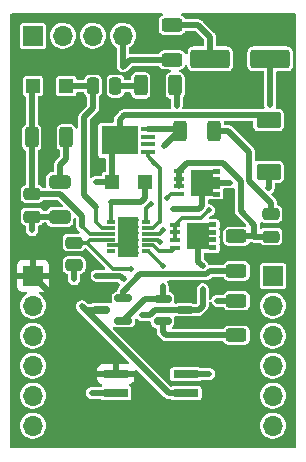
<source format=gbr>
%TF.GenerationSoftware,KiCad,Pcbnew,7.0.9*%
%TF.CreationDate,2024-04-10T11:27:04+02:00*%
%TF.ProjectId,Test_1_PD,54657374-5f31-45f5-9044-2e6b69636164,rev?*%
%TF.SameCoordinates,Original*%
%TF.FileFunction,Copper,L1,Top*%
%TF.FilePolarity,Positive*%
%FSLAX46Y46*%
G04 Gerber Fmt 4.6, Leading zero omitted, Abs format (unit mm)*
G04 Created by KiCad (PCBNEW 7.0.9) date 2024-04-10 11:27:04*
%MOMM*%
%LPD*%
G01*
G04 APERTURE LIST*
G04 Aperture macros list*
%AMRoundRect*
0 Rectangle with rounded corners*
0 $1 Rounding radius*
0 $2 $3 $4 $5 $6 $7 $8 $9 X,Y pos of 4 corners*
0 Add a 4 corners polygon primitive as box body*
4,1,4,$2,$3,$4,$5,$6,$7,$8,$9,$2,$3,0*
0 Add four circle primitives for the rounded corners*
1,1,$1+$1,$2,$3*
1,1,$1+$1,$4,$5*
1,1,$1+$1,$6,$7*
1,1,$1+$1,$8,$9*
0 Add four rect primitives between the rounded corners*
20,1,$1+$1,$2,$3,$4,$5,0*
20,1,$1+$1,$4,$5,$6,$7,0*
20,1,$1+$1,$6,$7,$8,$9,0*
20,1,$1+$1,$8,$9,$2,$3,0*%
%AMFreePoly0*
4,1,21,1.545000,0.775000,0.925000,0.775000,0.925000,0.525000,1.545000,0.525000,1.545000,0.125000,0.925000,0.125000,0.925000,-0.125000,1.545000,-0.125000,1.545000,-0.525000,0.925000,-0.525000,0.925000,-0.775000,1.545000,-0.775000,1.545000,-1.175000,0.925000,-1.175000,0.925000,-1.125000,-0.925000,-1.125000,-0.925000,1.125000,0.925000,1.125000,0.925000,1.175000,1.545000,1.175000,
1.545000,0.775000,1.545000,0.775000,$1*%
G04 Aperture macros list end*
%TA.AperFunction,SMDPad,CuDef*%
%ADD10RoundRect,0.150000X0.587500X0.150000X-0.587500X0.150000X-0.587500X-0.150000X0.587500X-0.150000X0*%
%TD*%
%TA.AperFunction,SMDPad,CuDef*%
%ADD11RoundRect,0.250000X-1.412500X-0.550000X1.412500X-0.550000X1.412500X0.550000X-1.412500X0.550000X0*%
%TD*%
%TA.AperFunction,SMDPad,CuDef*%
%ADD12R,1.200000X1.200000*%
%TD*%
%TA.AperFunction,SMDPad,CuDef*%
%ADD13RoundRect,0.250000X0.250000X0.475000X-0.250000X0.475000X-0.250000X-0.475000X0.250000X-0.475000X0*%
%TD*%
%TA.AperFunction,SMDPad,CuDef*%
%ADD14RoundRect,0.250000X-0.312500X-0.625000X0.312500X-0.625000X0.312500X0.625000X-0.312500X0.625000X0*%
%TD*%
%TA.AperFunction,SMDPad,CuDef*%
%ADD15RoundRect,0.250000X-0.475000X0.250000X-0.475000X-0.250000X0.475000X-0.250000X0.475000X0.250000X0*%
%TD*%
%TA.AperFunction,SMDPad,CuDef*%
%ADD16R,0.830000X0.400000*%
%TD*%
%TA.AperFunction,SMDPad,CuDef*%
%ADD17FreePoly0,0.000000*%
%TD*%
%TA.AperFunction,SMDPad,CuDef*%
%ADD18R,2.159000X0.660400*%
%TD*%
%TA.AperFunction,SMDPad,CuDef*%
%ADD19RoundRect,0.250000X0.625000X-0.312500X0.625000X0.312500X-0.625000X0.312500X-0.625000X-0.312500X0*%
%TD*%
%TA.AperFunction,SMDPad,CuDef*%
%ADD20R,1.219200X0.406400*%
%TD*%
%TA.AperFunction,SMDPad,CuDef*%
%ADD21R,3.073400X2.489200*%
%TD*%
%TA.AperFunction,SMDPad,CuDef*%
%ADD22RoundRect,0.150000X-0.587500X-0.150000X0.587500X-0.150000X0.587500X0.150000X-0.587500X0.150000X0*%
%TD*%
%TA.AperFunction,SMDPad,CuDef*%
%ADD23RoundRect,0.250000X-0.650000X0.325000X-0.650000X-0.325000X0.650000X-0.325000X0.650000X0.325000X0*%
%TD*%
%TA.AperFunction,SMDPad,CuDef*%
%ADD24RoundRect,0.250000X0.312500X0.625000X-0.312500X0.625000X-0.312500X-0.625000X0.312500X-0.625000X0*%
%TD*%
%TA.AperFunction,SMDPad,CuDef*%
%ADD25RoundRect,0.250000X-0.800000X0.450000X-0.800000X-0.450000X0.800000X-0.450000X0.800000X0.450000X0*%
%TD*%
%TA.AperFunction,SMDPad,CuDef*%
%ADD26R,0.800000X0.300000*%
%TD*%
%TA.AperFunction,SMDPad,CuDef*%
%ADD27R,1.800000X3.400000*%
%TD*%
%TA.AperFunction,ComponentPad*%
%ADD28R,1.700000X1.700000*%
%TD*%
%TA.AperFunction,ComponentPad*%
%ADD29O,1.700000X1.700000*%
%TD*%
%TA.AperFunction,ViaPad*%
%ADD30C,0.500000*%
%TD*%
%TA.AperFunction,Conductor*%
%ADD31C,0.500000*%
%TD*%
%TA.AperFunction,Conductor*%
%ADD32C,0.300000*%
%TD*%
G04 APERTURE END LIST*
D10*
%TO.P,Q2,1,G*%
%TO.N,Net-(IC1-SCCP)*%
X78775000Y-140975000D03*
%TO.P,Q2,2,S*%
%TO.N,Net-(Q2-S)*%
X78775000Y-139075000D03*
%TO.P,Q2,3,D*%
%TO.N,Net-(D1-A)*%
X76900000Y-140025000D03*
%TD*%
D11*
%TO.P,CBULK1,1*%
%TO.N,Net-(CBULK1-Pad1)*%
X86125000Y-118800000D03*
%TO.P,CBULK1,2*%
%TO.N,GND*%
X91200000Y-118800000D03*
%TD*%
D12*
%TO.P,D2,1,K*%
%TO.N,Net-(D1-K)*%
X71150000Y-121100000D03*
%TO.P,D2,2,A*%
%TO.N,Net-(D2-A)*%
X73950000Y-121100000D03*
%TD*%
D13*
%TO.P,C3,1*%
%TO.N,Net-(C3-Pad1)*%
X78100000Y-121100000D03*
%TO.P,C3,2*%
%TO.N,Net-(D2-A)*%
X76200000Y-121100000D03*
%TD*%
D14*
%TO.P,R1,1*%
%TO.N,Net-(D1-K)*%
X71012500Y-125450000D03*
%TO.P,R1,2*%
%TO.N,Net-(C1-Pad1)*%
X73937500Y-125450000D03*
%TD*%
D15*
%TO.P,CGATE1,1*%
%TO.N,Net-(CGATE1-Pad1)*%
X91275000Y-131950000D03*
%TO.P,CGATE1,2*%
%TO.N,GND*%
X91275000Y-133850000D03*
%TD*%
D16*
%TO.P,Q4,1,S*%
%TO.N,GND*%
X83180000Y-132849000D03*
%TO.P,Q4,2,S*%
X83180000Y-133499000D03*
%TO.P,Q4,3,S*%
X83180000Y-134149000D03*
%TO.P,Q4,4,G*%
%TO.N,Net-(IC1-LGATE2)*%
X83180000Y-134799000D03*
D17*
%TO.P,Q4,5,D*%
%TO.N,Net-(D2-A)*%
X85120000Y-133824000D03*
%TD*%
D18*
%TO.P,L2,1,1*%
%TO.N,/PODL+*%
X78128200Y-145499900D03*
%TO.P,L2,2,2*%
%TO.N,Net-(D2-A)*%
X78128200Y-147100100D03*
%TO.P,L2,3,3*%
%TO.N,Net-(D1-A)*%
X84071800Y-147100100D03*
%TO.P,L2,4,4*%
%TO.N,/PODL-*%
X84071800Y-145499900D03*
%TD*%
D19*
%TO.P,RBULK1,1*%
%TO.N,Net-(IC1-OUT)*%
X82900000Y-118887500D03*
%TO.P,RBULK1,2*%
%TO.N,Net-(CBULK1-Pad1)*%
X82900000Y-115962500D03*
%TD*%
D14*
%TO.P,RGATE1,1*%
%TO.N,Net-(IC1-GATE)*%
X83537500Y-124900000D03*
%TO.P,RGATE1,2*%
%TO.N,Net-(CGATE1-Pad1)*%
X86462500Y-124900000D03*
%TD*%
D20*
%TO.P,Q1,1,S*%
%TO.N,Net-(IC1-OUT)*%
X80854200Y-126674999D03*
%TO.P,Q1,2,S*%
%TO.N,unconnected-(Q1-S-Pad2)*%
X80854200Y-126025001D03*
%TO.P,Q1,3,S*%
%TO.N,unconnected-(Q1-S-Pad3)*%
X80854200Y-125374999D03*
%TO.P,Q1,4,G*%
%TO.N,Net-(IC1-GATE)*%
X80854200Y-124725001D03*
D21*
%TO.P,Q1,5,D*%
%TO.N,Net-(D1-K)*%
X78453900Y-125700000D03*
%TD*%
D22*
%TO.P,Q3,1,G*%
%TO.N,Net-(IC1-SCCP)*%
X82100000Y-139100000D03*
%TO.P,Q3,2,S*%
%TO.N,Net-(Q3-S)*%
X82100000Y-141000000D03*
%TO.P,Q3,3,D*%
%TO.N,Net-(D2-A)*%
X83975000Y-140050000D03*
%TD*%
D23*
%TO.P,C1,1*%
%TO.N,Net-(C1-Pad1)*%
X73400000Y-129225000D03*
%TO.P,C1,2*%
%TO.N,GND*%
X73400000Y-132175000D03*
%TD*%
D19*
%TO.P,R3,1*%
%TO.N,Net-(Q2-S)*%
X88350000Y-136762500D03*
%TO.P,R3,2*%
%TO.N,GND*%
X88350000Y-133837500D03*
%TD*%
D24*
%TO.P,R2,1*%
%TO.N,Net-(D1-A)*%
X83162500Y-121050000D03*
%TO.P,R2,2*%
%TO.N,Net-(C3-Pad1)*%
X80237500Y-121050000D03*
%TD*%
D19*
%TO.P,R4,1*%
%TO.N,Net-(Q3-S)*%
X88350000Y-142212500D03*
%TO.P,R4,2*%
%TO.N,GND*%
X88350000Y-139287500D03*
%TD*%
D15*
%TO.P,CSTBY1,1*%
%TO.N,Net-(IC1-CLASSC)*%
X74600000Y-134350000D03*
%TO.P,CSTBY1,2*%
%TO.N,GND*%
X74600000Y-136250000D03*
%TD*%
%TO.P,C2,1*%
%TO.N,Net-(D1-K)*%
X71050000Y-130250000D03*
%TO.P,C2,2*%
%TO.N,GND*%
X71050000Y-132150000D03*
%TD*%
D25*
%TO.P,D3,1,K*%
%TO.N,Net-(D1-K)*%
X91075000Y-123975000D03*
%TO.P,D3,2,A*%
%TO.N,GND*%
X91075000Y-128375000D03*
%TD*%
D12*
%TO.P,D1,1,K*%
%TO.N,Net-(D1-K)*%
X77800000Y-129200000D03*
%TO.P,D1,2,A*%
%TO.N,Net-(D1-A)*%
X80600000Y-129200000D03*
%TD*%
D26*
%TO.P,IC1,1,SNS1*%
%TO.N,Net-(D1-A)*%
X77700000Y-132600000D03*
%TO.P,IC1,2,SNS2*%
%TO.N,Net-(D2-A)*%
X77700000Y-133100000D03*
%TO.P,IC1,3,IN*%
%TO.N,Net-(D1-K)*%
X77700000Y-133600000D03*
%TO.P,IC1,4,STBY*%
%TO.N,Net-(IC1-CLASSC)*%
X77700000Y-134100000D03*
%TO.P,IC1,5,CLASSV*%
%TO.N,GND*%
X77700000Y-134600000D03*
%TO.P,IC1,6,EN*%
%TO.N,unconnected-(IC1-EN-Pad6)*%
X77700000Y-135100000D03*
%TO.P,IC1,7,SCCP*%
%TO.N,Net-(IC1-SCCP)*%
X80700000Y-135100000D03*
%TO.P,IC1,8,LGATE2*%
%TO.N,Net-(IC1-LGATE2)*%
X80700000Y-134600000D03*
%TO.P,IC1,9,LGATE1*%
%TO.N,Net-(IC1-LGATE1)*%
X80700000Y-134100000D03*
%TO.P,IC1,10,CLASSC*%
%TO.N,Net-(IC1-CLASSC)*%
X80700000Y-133600000D03*
%TO.P,IC1,11,OUT*%
%TO.N,Net-(IC1-OUT)*%
X80700000Y-133100000D03*
%TO.P,IC1,12,GATE*%
%TO.N,Net-(IC1-GATE)*%
X80700000Y-132600000D03*
D27*
%TO.P,IC1,13,GND*%
%TO.N,GND*%
X79200000Y-133850000D03*
%TD*%
D16*
%TO.P,Q5,1,S*%
%TO.N,GND*%
X83480000Y-128299000D03*
%TO.P,Q5,2,S*%
X83480000Y-128949000D03*
%TO.P,Q5,3,S*%
X83480000Y-129599000D03*
%TO.P,Q5,4,G*%
%TO.N,Net-(IC1-LGATE1)*%
X83480000Y-130249000D03*
D17*
%TO.P,Q5,5,D*%
%TO.N,Net-(D1-A)*%
X85420000Y-129274000D03*
%TD*%
D28*
%TO.P,J1,1,Pin_1*%
%TO.N,unconnected-(J1-Pin_1-Pad1)*%
X71120000Y-116840000D03*
D29*
%TO.P,J1,2,Pin_2*%
%TO.N,unconnected-(J1-Pin_2-Pad2)*%
X73660000Y-116840000D03*
%TO.P,J1,3,Pin_3*%
%TO.N,GND*%
X76200000Y-116840000D03*
%TO.P,J1,4,Pin_4*%
%TO.N,Net-(IC1-OUT)*%
X78740000Y-116840000D03*
%TD*%
D28*
%TO.P,J2,1,Pin_1*%
%TO.N,/PODL+*%
X71120000Y-137160000D03*
D29*
%TO.P,J2,2,Pin_2*%
%TO.N,unconnected-(J2-Pin_2-Pad2)*%
X71120000Y-139700000D03*
%TO.P,J2,3,Pin_3*%
%TO.N,unconnected-(J2-Pin_3-Pad3)*%
X71120000Y-142240000D03*
%TO.P,J2,4,Pin_4*%
%TO.N,unconnected-(J2-Pin_4-Pad4)*%
X71120000Y-144780000D03*
%TO.P,J2,5,Pin_5*%
%TO.N,unconnected-(J2-Pin_5-Pad5)*%
X71120000Y-147320000D03*
%TO.P,J2,6,Pin_6*%
%TO.N,/PODL-*%
X71120000Y-149860000D03*
%TD*%
D28*
%TO.P,J3,1,Pin_1*%
%TO.N,GND*%
X91440000Y-137160000D03*
D29*
%TO.P,J3,2,Pin_2*%
%TO.N,unconnected-(J3-Pin_2-Pad2)*%
X91440000Y-139700000D03*
%TO.P,J3,3,Pin_3*%
%TO.N,unconnected-(J3-Pin_3-Pad3)*%
X91440000Y-142240000D03*
%TO.P,J3,4,Pin_4*%
%TO.N,unconnected-(J3-Pin_4-Pad4)*%
X91440000Y-144780000D03*
%TO.P,J3,5,Pin_5*%
%TO.N,unconnected-(J3-Pin_5-Pad5)*%
X91440000Y-147320000D03*
%TO.P,J3,6,Pin_6*%
%TO.N,GND*%
X91440000Y-149860000D03*
%TD*%
D30*
%TO.N,Net-(D1-K)*%
X75300000Y-132950000D03*
X76500000Y-129200000D03*
%TO.N,Net-(D1-A)*%
X77750000Y-130900000D03*
X83300000Y-122750000D03*
X82950000Y-131550000D03*
X87800000Y-129275000D03*
X75250000Y-139750000D03*
%TO.N,Net-(D2-A)*%
X80350000Y-140500000D03*
X76450000Y-131350000D03*
X76100000Y-147100000D03*
X85500000Y-138300000D03*
X76500000Y-137150000D03*
X78800000Y-137450000D03*
X85500000Y-136350000D03*
%TO.N,GND*%
X78575000Y-133000000D03*
X89850000Y-133850000D03*
X86725000Y-139275000D03*
X79200000Y-133600000D03*
X79825000Y-135275000D03*
X78575000Y-132425000D03*
X79200000Y-133025000D03*
X78575000Y-133575000D03*
X79825000Y-133575000D03*
X79200000Y-135300000D03*
X78575000Y-134700000D03*
X86028080Y-131626757D03*
X79825000Y-134150000D03*
X79200000Y-134725000D03*
X79825000Y-134700000D03*
X78575000Y-134150000D03*
X91050000Y-129775000D03*
X71050000Y-133300000D03*
X79200000Y-134175000D03*
X79825000Y-133000000D03*
X79200000Y-132450000D03*
X91200000Y-122675000D03*
X74600000Y-137450000D03*
X78575000Y-135275000D03*
X79825000Y-132425000D03*
%TO.N,Net-(IC1-CLASSC)*%
X82136102Y-133323487D03*
X79400000Y-136550000D03*
%TO.N,Net-(IC1-SCCP)*%
X82100000Y-138050000D03*
X82100000Y-136350000D03*
%TO.N,Net-(IC1-LGATE1)*%
X82484975Y-130604975D03*
X81874265Y-134274265D03*
%TO.N,Net-(IC1-OUT)*%
X81400000Y-127600000D03*
X78750000Y-119450000D03*
%TO.N,Net-(IC1-GATE)*%
X81108170Y-131055108D03*
X82250000Y-126150000D03*
%TO.N,/PODL-*%
X86050000Y-145500000D03*
%TD*%
D31*
%TO.N,Net-(D1-K)*%
X78453900Y-123955400D02*
X78453900Y-125700000D01*
X71050000Y-130250000D02*
X73446878Y-130250000D01*
X91075000Y-123975000D02*
X90675000Y-123575000D01*
X75300000Y-132103122D02*
X75300000Y-132950000D01*
X90675000Y-123575000D02*
X78834300Y-123575000D01*
X78834300Y-123575000D02*
X78453900Y-123955400D01*
D32*
X75950000Y-133600000D02*
X75300000Y-132950000D01*
D31*
X77800000Y-129200000D02*
X76500000Y-129200000D01*
X71012500Y-121237500D02*
X71150000Y-121100000D01*
X73446878Y-130250000D02*
X75300000Y-132103122D01*
X71050000Y-125487500D02*
X71012500Y-125450000D01*
X77800000Y-129200000D02*
X77800000Y-126353900D01*
X71050000Y-130250000D02*
X71050000Y-125487500D01*
X77800000Y-126353900D02*
X78453900Y-125700000D01*
X71012500Y-125450000D02*
X71012500Y-121237500D01*
D32*
X77700000Y-133600000D02*
X75950000Y-133600000D01*
D31*
%TO.N,Net-(D1-A)*%
X76900000Y-140025000D02*
X75675000Y-140025000D01*
X80273690Y-130900000D02*
X77750000Y-130900000D01*
X84071800Y-147100100D02*
X82600100Y-147100100D01*
D32*
X77700000Y-130950000D02*
X77750000Y-130900000D01*
X77700000Y-132600000D02*
X77700000Y-130950000D01*
D31*
X85420000Y-131280000D02*
X85150000Y-131550000D01*
D32*
X75600000Y-140100000D02*
X75250000Y-139750000D01*
D31*
X85421000Y-129275000D02*
X85420000Y-129274000D01*
X83300000Y-122725000D02*
X83300000Y-121187500D01*
X80600000Y-129200000D02*
X80600000Y-130573690D01*
X75675000Y-140025000D02*
X75600000Y-140100000D01*
X83300000Y-121187500D02*
X83162500Y-121050000D01*
X80600000Y-130573690D02*
X80273690Y-130900000D01*
X85420000Y-129274000D02*
X85420000Y-131280000D01*
X82600100Y-147100100D02*
X75250000Y-139750000D01*
X87800000Y-129275000D02*
X85421000Y-129275000D01*
X85150000Y-131550000D02*
X82950000Y-131550000D01*
%TO.N,Net-(D2-A)*%
X85120000Y-133824000D02*
X85120000Y-135970000D01*
X75450000Y-130350000D02*
X76450000Y-131350000D01*
X73950000Y-121100000D02*
X76200000Y-121100000D01*
X75450000Y-123750000D02*
X76200000Y-123000000D01*
X81459816Y-140050000D02*
X83975000Y-140050000D01*
X76100100Y-147100100D02*
X76100000Y-147100000D01*
X75450000Y-130350000D02*
X75450000Y-123750000D01*
X76500000Y-137150000D02*
X78500000Y-137150000D01*
X85500000Y-134504000D02*
X84820000Y-133824000D01*
X85500000Y-139700000D02*
X85500000Y-138300000D01*
X85120000Y-135970000D02*
X85500000Y-136350000D01*
X78500000Y-137150000D02*
X78800000Y-137450000D01*
X80350000Y-140500000D02*
X81009816Y-140500000D01*
X81009816Y-140500000D02*
X81459816Y-140050000D01*
X76200000Y-123000000D02*
X76200000Y-121100000D01*
D32*
X76450000Y-132600000D02*
X76450000Y-131350000D01*
D31*
X83975000Y-140050000D02*
X85150000Y-140050000D01*
X85150000Y-140050000D02*
X85500000Y-139700000D01*
D32*
X76950000Y-133100000D02*
X76450000Y-132600000D01*
X77700000Y-133100000D02*
X76950000Y-133100000D01*
D31*
X78128200Y-147100100D02*
X76100100Y-147100100D01*
%TO.N,Net-(C1-Pad1)*%
X73937500Y-127237500D02*
X73937500Y-125450000D01*
X73400000Y-127775000D02*
X73937500Y-127237500D01*
X73400000Y-129225000D02*
X73400000Y-127775000D01*
%TO.N,Net-(Q2-S)*%
X85789950Y-137050000D02*
X86089950Y-136750000D01*
X78789950Y-138450000D02*
X80189950Y-137050000D01*
X78775000Y-139075000D02*
X78775000Y-138450000D01*
X86089950Y-136750000D02*
X88337500Y-136750000D01*
X88337500Y-136750000D02*
X88350000Y-136762500D01*
X78775000Y-138450000D02*
X78789950Y-138450000D01*
X80189950Y-137050000D02*
X85789950Y-137050000D01*
%TO.N,Net-(C3-Pad1)*%
X80187500Y-121100000D02*
X80237500Y-121050000D01*
X78100000Y-121100000D02*
X80187500Y-121100000D01*
%TO.N,Net-(Q3-S)*%
X82412500Y-142212500D02*
X88350000Y-142212500D01*
X82100000Y-141900000D02*
X82100000Y-141000000D01*
X82412500Y-142212500D02*
X82100000Y-141900000D01*
D32*
%TO.N,GND*%
X83180000Y-134149000D02*
X83180000Y-133499000D01*
D31*
X88350000Y-133837500D02*
X89837500Y-133837500D01*
X83480000Y-128299000D02*
X83480000Y-128949000D01*
X88350000Y-139287500D02*
X86737500Y-139287500D01*
D32*
X77700000Y-134600000D02*
X78350000Y-134600000D01*
X83180000Y-132849000D02*
X83730000Y-132299000D01*
D31*
X83480000Y-129599000D02*
X83480000Y-128949000D01*
X84130000Y-127649000D02*
X87199000Y-127649000D01*
X83480000Y-128299000D02*
X84130000Y-127649000D01*
X87199000Y-127649000D02*
X88725000Y-129175000D01*
X73375000Y-132150000D02*
X73400000Y-132175000D01*
D32*
X85351000Y-132299000D02*
X86023243Y-131626757D01*
D31*
X86737500Y-139287500D02*
X86725000Y-139275000D01*
X74600000Y-136250000D02*
X74600000Y-137450000D01*
X91200000Y-118800000D02*
X91200000Y-122675000D01*
D32*
X83730000Y-132299000D02*
X85351000Y-132299000D01*
D31*
X91075000Y-128375000D02*
X91075000Y-129750000D01*
X88725000Y-131700000D02*
X89850000Y-132825000D01*
X71050000Y-132150000D02*
X73375000Y-132150000D01*
X71050000Y-132150000D02*
X71050000Y-133300000D01*
X89850000Y-132825000D02*
X89850000Y-133850000D01*
X89850000Y-133850000D02*
X91275000Y-133850000D01*
D32*
X83180000Y-133499000D02*
X83180000Y-132849000D01*
X86023243Y-131626757D02*
X86028080Y-131626757D01*
D31*
X88725000Y-129175000D02*
X88725000Y-131700000D01*
D32*
X78350000Y-134600000D02*
X78550000Y-134400000D01*
D31*
X89837500Y-133837500D02*
X89850000Y-133850000D01*
X91075000Y-129750000D02*
X91050000Y-129775000D01*
%TO.N,Net-(CBULK1-Pad1)*%
X86125000Y-116975000D02*
X85112500Y-115962500D01*
X86125000Y-118800000D02*
X86125000Y-116975000D01*
X85112500Y-115962500D02*
X82900000Y-115962500D01*
%TO.N,Net-(CGATE1-Pad1)*%
X89425000Y-126675000D02*
X87650000Y-124900000D01*
X91275000Y-131000000D02*
X89425000Y-129150000D01*
X87650000Y-124900000D02*
X86462500Y-124900000D01*
X91275000Y-131950000D02*
X91275000Y-131000000D01*
X86562500Y-124800000D02*
X86462500Y-124900000D01*
X89425000Y-129150000D02*
X89425000Y-126675000D01*
D32*
%TO.N,Net-(IC1-CLASSC)*%
X75950000Y-134100000D02*
X77700000Y-134100000D01*
X79400000Y-136550000D02*
X77900000Y-136550000D01*
X75700000Y-134350000D02*
X75950000Y-134100000D01*
X80700000Y-133600000D02*
X81859589Y-133600000D01*
X75700000Y-134350000D02*
X74600000Y-134350000D01*
X81859589Y-133600000D02*
X82136102Y-133323487D01*
X77900000Y-136550000D02*
X75700000Y-134350000D01*
D31*
%TO.N,Net-(IC1-SCCP)*%
X78775000Y-140975000D02*
X80650000Y-139100000D01*
D32*
X80850000Y-135100000D02*
X82100000Y-136350000D01*
D31*
X80650000Y-139100000D02*
X82100000Y-139100000D01*
X82100000Y-139100000D02*
X82100000Y-138050000D01*
D32*
X80700000Y-135100000D02*
X80850000Y-135100000D01*
%TO.N,Net-(IC1-LGATE2)*%
X81756224Y-135071091D02*
X82907909Y-135071091D01*
X81285133Y-134600000D02*
X81756224Y-135071091D01*
X80700000Y-134600000D02*
X81285133Y-134600000D01*
X82907909Y-135071091D02*
X83180000Y-134799000D01*
%TO.N,Net-(IC1-LGATE1)*%
X82840950Y-130249000D02*
X82484975Y-130604975D01*
X83480000Y-130249000D02*
X82840950Y-130249000D01*
X80700000Y-134100000D02*
X81700000Y-134100000D01*
X81700000Y-134100000D02*
X81874265Y-134274265D01*
X83476204Y-130245204D02*
X83480000Y-130249000D01*
D31*
%TO.N,Net-(IC1-OUT)*%
X79312500Y-118887500D02*
X78750000Y-119450000D01*
D32*
X81850000Y-132573487D02*
X81850000Y-128050000D01*
X80854200Y-126674999D02*
X80854200Y-127054200D01*
D31*
X78740000Y-116840000D02*
X78740000Y-119440000D01*
D32*
X81850000Y-128050000D02*
X81400000Y-127600000D01*
D31*
X82900000Y-118887500D02*
X79312500Y-118887500D01*
D32*
X80700000Y-133100000D02*
X81298928Y-133100000D01*
D31*
X78740000Y-119440000D02*
X78750000Y-119450000D01*
D32*
X81298928Y-133100000D02*
X81825441Y-132573487D01*
X80854200Y-127054200D02*
X81400000Y-127600000D01*
X81825441Y-132573487D02*
X81850000Y-132573487D01*
D31*
%TO.N,Net-(IC1-GATE)*%
X83537500Y-124900000D02*
X83500000Y-124900000D01*
X83359299Y-124721799D02*
X80854200Y-124721799D01*
X83500000Y-124900000D02*
X82250000Y-126150000D01*
D32*
X80700000Y-131463278D02*
X81108170Y-131055108D01*
D31*
X83537500Y-124900000D02*
X83359299Y-124721799D01*
D32*
X80700000Y-132600000D02*
X80700000Y-131463278D01*
D31*
%TO.N,/PODL+*%
X74350000Y-143850000D02*
X74350000Y-140390000D01*
X78128200Y-145499900D02*
X76000100Y-145499900D01*
X74350000Y-140390000D02*
X71120000Y-137160000D01*
X76000100Y-145499900D02*
X76000000Y-145500000D01*
X76000000Y-145500000D02*
X74350000Y-143850000D01*
%TO.N,/PODL-*%
X84071800Y-145499900D02*
X86049900Y-145499900D01*
X86049900Y-145499900D02*
X86050000Y-145500000D01*
%TD*%
%TA.AperFunction,Conductor*%
%TO.N,/PODL+*%
G36*
X82097991Y-114970185D02*
G01*
X82143746Y-115022989D01*
X82153690Y-115092147D01*
X82124665Y-115155703D01*
X82074285Y-115190682D01*
X82032671Y-115206202D01*
X82032664Y-115206206D01*
X81917455Y-115292452D01*
X81917452Y-115292455D01*
X81831206Y-115407664D01*
X81831202Y-115407671D01*
X81780910Y-115542513D01*
X81780909Y-115542517D01*
X81774500Y-115602127D01*
X81774500Y-115602134D01*
X81774500Y-115602135D01*
X81774500Y-116322870D01*
X81774501Y-116322876D01*
X81780908Y-116382483D01*
X81831202Y-116517328D01*
X81831206Y-116517335D01*
X81917452Y-116632544D01*
X81917455Y-116632547D01*
X82032664Y-116718793D01*
X82032671Y-116718797D01*
X82167517Y-116769091D01*
X82167516Y-116769091D01*
X82174444Y-116769835D01*
X82227127Y-116775500D01*
X83572872Y-116775499D01*
X83632483Y-116769091D01*
X83767331Y-116718796D01*
X83882546Y-116632546D01*
X83914209Y-116590250D01*
X83972272Y-116512689D01*
X84028206Y-116470818D01*
X84071538Y-116463000D01*
X84853824Y-116463000D01*
X84920863Y-116482685D01*
X84941505Y-116499319D01*
X85588181Y-117145994D01*
X85621666Y-117207317D01*
X85624500Y-117233675D01*
X85624500Y-117625500D01*
X85604815Y-117692539D01*
X85552011Y-117738294D01*
X85500500Y-117749500D01*
X84664629Y-117749500D01*
X84664623Y-117749501D01*
X84605016Y-117755908D01*
X84470171Y-117806202D01*
X84470164Y-117806206D01*
X84354955Y-117892452D01*
X84354952Y-117892455D01*
X84268706Y-118007664D01*
X84268702Y-118007671D01*
X84218408Y-118142517D01*
X84212001Y-118202116D01*
X84212001Y-118202123D01*
X84212000Y-118202135D01*
X84212000Y-118297437D01*
X84192315Y-118364476D01*
X84139511Y-118410231D01*
X84070353Y-118420175D01*
X84006797Y-118391150D01*
X83971818Y-118340771D01*
X83968796Y-118332669D01*
X83968793Y-118332664D01*
X83882547Y-118217455D01*
X83882544Y-118217452D01*
X83767335Y-118131206D01*
X83767328Y-118131202D01*
X83632482Y-118080908D01*
X83632483Y-118080908D01*
X83572883Y-118074501D01*
X83572881Y-118074500D01*
X83572873Y-118074500D01*
X83572864Y-118074500D01*
X82227129Y-118074500D01*
X82227123Y-118074501D01*
X82167516Y-118080908D01*
X82032671Y-118131202D01*
X82032664Y-118131206D01*
X81917455Y-118217452D01*
X81917452Y-118217455D01*
X81827728Y-118337311D01*
X81771794Y-118379182D01*
X81728462Y-118387000D01*
X79379643Y-118387000D01*
X79353285Y-118384166D01*
X79339908Y-118381256D01*
X79340606Y-118378042D01*
X79290151Y-118359201D01*
X79248301Y-118303251D01*
X79240500Y-118259963D01*
X79240500Y-117893546D01*
X79260185Y-117826507D01*
X79299218Y-117788122D01*
X79406041Y-117721981D01*
X79556764Y-117584579D01*
X79679673Y-117421821D01*
X79770582Y-117239250D01*
X79826397Y-117043083D01*
X79845215Y-116840000D01*
X79838644Y-116769091D01*
X79826397Y-116636917D01*
X79811068Y-116583041D01*
X79770582Y-116440750D01*
X79679673Y-116258179D01*
X79556764Y-116095421D01*
X79556762Y-116095418D01*
X79406041Y-115958019D01*
X79406039Y-115958017D01*
X79232642Y-115850655D01*
X79232635Y-115850651D01*
X79126150Y-115809399D01*
X79042456Y-115776976D01*
X78841976Y-115739500D01*
X78638024Y-115739500D01*
X78437544Y-115776976D01*
X78437541Y-115776976D01*
X78437541Y-115776977D01*
X78247364Y-115850651D01*
X78247357Y-115850655D01*
X78073960Y-115958017D01*
X78073958Y-115958019D01*
X77923237Y-116095418D01*
X77800327Y-116258178D01*
X77709422Y-116440739D01*
X77709417Y-116440752D01*
X77653602Y-116636917D01*
X77634785Y-116839999D01*
X77634785Y-116840000D01*
X77653602Y-117043082D01*
X77709417Y-117239247D01*
X77709422Y-117239260D01*
X77800327Y-117421821D01*
X77923237Y-117584581D01*
X78073955Y-117721978D01*
X78073957Y-117721979D01*
X78073959Y-117721981D01*
X78180779Y-117788121D01*
X78227413Y-117840146D01*
X78239500Y-117893546D01*
X78239500Y-119372858D01*
X78236667Y-119399206D01*
X78235641Y-119403927D01*
X78235641Y-119403929D01*
X78235641Y-119403930D01*
X78239342Y-119455669D01*
X78239500Y-119460094D01*
X78239500Y-119475799D01*
X78241734Y-119491343D01*
X78242207Y-119495740D01*
X78245909Y-119547485D01*
X78247593Y-119552000D01*
X78254148Y-119577682D01*
X78254834Y-119582455D01*
X78254835Y-119582457D01*
X78276383Y-119629642D01*
X78278071Y-119633716D01*
X78296203Y-119682329D01*
X78299096Y-119686194D01*
X78312617Y-119708983D01*
X78314620Y-119713370D01*
X78314623Y-119713373D01*
X78330058Y-119731187D01*
X78345169Y-119752951D01*
X78345209Y-119753023D01*
X78371901Y-119779715D01*
X78374896Y-119782932D01*
X78408872Y-119822143D01*
X78408873Y-119822143D01*
X78410038Y-119823488D01*
X78417531Y-119830981D01*
X78418869Y-119832140D01*
X78418872Y-119832143D01*
X78422929Y-119834750D01*
X78443570Y-119851384D01*
X78446978Y-119854792D01*
X78470929Y-119867870D01*
X78485815Y-119877436D01*
X78507670Y-119893797D01*
X78513536Y-119897000D01*
X78562941Y-119946405D01*
X78570802Y-119982542D01*
X78607029Y-119955425D01*
X78669005Y-119950993D01*
X78669258Y-119949237D01*
X78678037Y-119950499D01*
X78678039Y-119950500D01*
X78682857Y-119950500D01*
X78709208Y-119953332D01*
X78713927Y-119954359D01*
X78741153Y-119952411D01*
X78758847Y-119952411D01*
X78786073Y-119954359D01*
X78790791Y-119953332D01*
X78817143Y-119950500D01*
X78821960Y-119950500D01*
X78821961Y-119950500D01*
X78826573Y-119949145D01*
X78852678Y-119944434D01*
X78857483Y-119944091D01*
X78883071Y-119934546D01*
X78900022Y-119929570D01*
X78926706Y-119923766D01*
X78930928Y-119921460D01*
X78955435Y-119911309D01*
X78957019Y-119910843D01*
X78960053Y-119909953D01*
X78964103Y-119907349D01*
X78987821Y-119895477D01*
X78992331Y-119893796D01*
X79014185Y-119877434D01*
X79029058Y-119867875D01*
X79053023Y-119854791D01*
X79056429Y-119851383D01*
X79077070Y-119834750D01*
X79081128Y-119832143D01*
X79115116Y-119792916D01*
X79118085Y-119789727D01*
X79148792Y-119759022D01*
X79154793Y-119753022D01*
X79483495Y-119424319D01*
X79544818Y-119390834D01*
X79571176Y-119388000D01*
X81728462Y-119388000D01*
X81795501Y-119407685D01*
X81827728Y-119437689D01*
X81917452Y-119557544D01*
X81917455Y-119557547D01*
X82032664Y-119643793D01*
X82032671Y-119643797D01*
X82167517Y-119694091D01*
X82167516Y-119694091D01*
X82174444Y-119694835D01*
X82227127Y-119700500D01*
X82672983Y-119700499D01*
X82740020Y-119720183D01*
X82785775Y-119772987D01*
X82795719Y-119842146D01*
X82766694Y-119905702D01*
X82716315Y-119940681D01*
X82607669Y-119981203D01*
X82607664Y-119981206D01*
X82492455Y-120067452D01*
X82492452Y-120067455D01*
X82406206Y-120182664D01*
X82406202Y-120182671D01*
X82355908Y-120317517D01*
X82349501Y-120377116D01*
X82349501Y-120377123D01*
X82349500Y-120377135D01*
X82349500Y-121722870D01*
X82349501Y-121722876D01*
X82355908Y-121782483D01*
X82406202Y-121917328D01*
X82406206Y-121917335D01*
X82492452Y-122032544D01*
X82492455Y-122032547D01*
X82607664Y-122118793D01*
X82607673Y-122118798D01*
X82718832Y-122160257D01*
X82774766Y-122202127D01*
X82799184Y-122267592D01*
X82799500Y-122276439D01*
X82799500Y-122705331D01*
X82798238Y-122722977D01*
X82794353Y-122749999D01*
X82814834Y-122892457D01*
X82814835Y-122892458D01*
X82817817Y-122898987D01*
X82827762Y-122968145D01*
X82798738Y-123031701D01*
X82739961Y-123069477D01*
X82705024Y-123074500D01*
X78901443Y-123074500D01*
X78875085Y-123071666D01*
X78870374Y-123070641D01*
X78870370Y-123070641D01*
X78831852Y-123073396D01*
X78818628Y-123074342D01*
X78814206Y-123074500D01*
X78798499Y-123074500D01*
X78782956Y-123076734D01*
X78778560Y-123077207D01*
X78726817Y-123080909D01*
X78726813Y-123080910D01*
X78722286Y-123082598D01*
X78696627Y-123089146D01*
X78691850Y-123089833D01*
X78691843Y-123089835D01*
X78644653Y-123111385D01*
X78640564Y-123113078D01*
X78591975Y-123131200D01*
X78591964Y-123131206D01*
X78588099Y-123134100D01*
X78565320Y-123147615D01*
X78560936Y-123149617D01*
X78560926Y-123149623D01*
X78540348Y-123167454D01*
X78521728Y-123183587D01*
X78518296Y-123186354D01*
X78505702Y-123195781D01*
X78494591Y-123206892D01*
X78491355Y-123209905D01*
X78452161Y-123243867D01*
X78452154Y-123243876D01*
X78449543Y-123247938D01*
X78432916Y-123268568D01*
X78147468Y-123554016D01*
X78126838Y-123570643D01*
X78122776Y-123573254D01*
X78122767Y-123573261D01*
X78088805Y-123612455D01*
X78085792Y-123615691D01*
X78074681Y-123626802D01*
X78065254Y-123639396D01*
X78062487Y-123642828D01*
X78049275Y-123658076D01*
X78028523Y-123682026D01*
X78028517Y-123682036D01*
X78026515Y-123686420D01*
X78013000Y-123709199D01*
X78010106Y-123713064D01*
X78010100Y-123713075D01*
X77991978Y-123761664D01*
X77990285Y-123765753D01*
X77968735Y-123812943D01*
X77968733Y-123812950D01*
X77968046Y-123817727D01*
X77961498Y-123843386D01*
X77959810Y-123847913D01*
X77959809Y-123847917D01*
X77956107Y-123899660D01*
X77955634Y-123904056D01*
X77953400Y-123919599D01*
X77953400Y-123935304D01*
X77953242Y-123939729D01*
X77949541Y-123991469D01*
X77949541Y-123991473D01*
X77950566Y-123996185D01*
X77953400Y-124022543D01*
X77953400Y-124080900D01*
X77933715Y-124147939D01*
X77880911Y-124193694D01*
X77829400Y-124204900D01*
X76892523Y-124204900D01*
X76819464Y-124219432D01*
X76819460Y-124219433D01*
X76736599Y-124274799D01*
X76681233Y-124357660D01*
X76681232Y-124357664D01*
X76666700Y-124430721D01*
X76666700Y-126969278D01*
X76681232Y-127042335D01*
X76681233Y-127042339D01*
X76681234Y-127042340D01*
X76736599Y-127125201D01*
X76817871Y-127179504D01*
X76819460Y-127180566D01*
X76819464Y-127180567D01*
X76892521Y-127195099D01*
X76892524Y-127195100D01*
X76892526Y-127195100D01*
X77175500Y-127195100D01*
X77242539Y-127214785D01*
X77288294Y-127267589D01*
X77299500Y-127319100D01*
X77299500Y-128225500D01*
X77279815Y-128292539D01*
X77227011Y-128338294D01*
X77181320Y-128348233D01*
X77181386Y-128348903D01*
X77175645Y-128349468D01*
X77175500Y-128349500D01*
X77175323Y-128349500D01*
X77102264Y-128364032D01*
X77102260Y-128364033D01*
X77019399Y-128419399D01*
X76964033Y-128502260D01*
X76964032Y-128502264D01*
X76949500Y-128575321D01*
X76949500Y-128575500D01*
X76949473Y-128575589D01*
X76948903Y-128581386D01*
X76947803Y-128581277D01*
X76929815Y-128642539D01*
X76877011Y-128688294D01*
X76825500Y-128699500D01*
X76571961Y-128699500D01*
X76428039Y-128699500D01*
X76428036Y-128699500D01*
X76428034Y-128699501D01*
X76401842Y-128707190D01*
X76384568Y-128710948D01*
X76357544Y-128714834D01*
X76357541Y-128714835D01*
X76332710Y-128726175D01*
X76316141Y-128732355D01*
X76303171Y-128736163D01*
X76289947Y-128740047D01*
X76289945Y-128740047D01*
X76289945Y-128740048D01*
X76266982Y-128754805D01*
X76251461Y-128763280D01*
X76226628Y-128774621D01*
X76226625Y-128774623D01*
X76206000Y-128792495D01*
X76191840Y-128803095D01*
X76168876Y-128817853D01*
X76168875Y-128817854D01*
X76168872Y-128817856D01*
X76168872Y-128817857D01*
X76168207Y-128818623D01*
X76167356Y-128819170D01*
X76162173Y-128823662D01*
X76161526Y-128822916D01*
X76109430Y-128856394D01*
X76039560Y-128856391D01*
X75980784Y-128818614D01*
X75951761Y-128755057D01*
X75950500Y-128737415D01*
X75950500Y-124008675D01*
X75970185Y-123941636D01*
X75986815Y-123920998D01*
X76506431Y-123401381D01*
X76527068Y-123384751D01*
X76531128Y-123382143D01*
X76565109Y-123342925D01*
X76568092Y-123339720D01*
X76579221Y-123328593D01*
X76588637Y-123316014D01*
X76591417Y-123312564D01*
X76625377Y-123273373D01*
X76627375Y-123268995D01*
X76640907Y-123246189D01*
X76643796Y-123242331D01*
X76661922Y-123193728D01*
X76663614Y-123189645D01*
X76673748Y-123167455D01*
X76685165Y-123142457D01*
X76685850Y-123137685D01*
X76692409Y-123111992D01*
X76694091Y-123107483D01*
X76697791Y-123055740D01*
X76698265Y-123051340D01*
X76700500Y-123035799D01*
X76700500Y-123020094D01*
X76700658Y-123015669D01*
X76701635Y-123002011D01*
X76704359Y-122963927D01*
X76703332Y-122959206D01*
X76700500Y-122932858D01*
X76700500Y-122074749D01*
X76720185Y-122007710D01*
X76750190Y-121975482D01*
X76807546Y-121932546D01*
X76893796Y-121817331D01*
X76944091Y-121682483D01*
X76950500Y-121622873D01*
X76950500Y-121622870D01*
X77349500Y-121622870D01*
X77349501Y-121622876D01*
X77355908Y-121682483D01*
X77406202Y-121817328D01*
X77406206Y-121817335D01*
X77492452Y-121932544D01*
X77492455Y-121932547D01*
X77607664Y-122018793D01*
X77607671Y-122018797D01*
X77641502Y-122031415D01*
X77742517Y-122069091D01*
X77802127Y-122075500D01*
X78397872Y-122075499D01*
X78457483Y-122069091D01*
X78592331Y-122018796D01*
X78707546Y-121932546D01*
X78793796Y-121817331D01*
X78844091Y-121682483D01*
X78844090Y-121682483D01*
X78844582Y-121681167D01*
X78886453Y-121625233D01*
X78951917Y-121600816D01*
X78960764Y-121600500D01*
X79300501Y-121600500D01*
X79367540Y-121620185D01*
X79413295Y-121672989D01*
X79423437Y-121719611D01*
X79424099Y-121719576D01*
X79424146Y-121719571D01*
X79424146Y-121719573D01*
X79424324Y-121719564D01*
X79424501Y-121722876D01*
X79430908Y-121782483D01*
X79481202Y-121917328D01*
X79481206Y-121917335D01*
X79567452Y-122032544D01*
X79567455Y-122032547D01*
X79682664Y-122118793D01*
X79682671Y-122118797D01*
X79682674Y-122118798D01*
X79817517Y-122169091D01*
X79877127Y-122175500D01*
X80597872Y-122175499D01*
X80657483Y-122169091D01*
X80792331Y-122118796D01*
X80907546Y-122032546D01*
X80993796Y-121917331D01*
X81044091Y-121782483D01*
X81050500Y-121722873D01*
X81050499Y-120377128D01*
X81044091Y-120317517D01*
X81024142Y-120264032D01*
X80993797Y-120182671D01*
X80993793Y-120182664D01*
X80907547Y-120067455D01*
X80907544Y-120067452D01*
X80792335Y-119981206D01*
X80792328Y-119981202D01*
X80657486Y-119930910D01*
X80657485Y-119930909D01*
X80657483Y-119930909D01*
X80597873Y-119924500D01*
X80597863Y-119924500D01*
X79877129Y-119924500D01*
X79877123Y-119924501D01*
X79817516Y-119930908D01*
X79682671Y-119981202D01*
X79682664Y-119981206D01*
X79567455Y-120067452D01*
X79567452Y-120067455D01*
X79481206Y-120182664D01*
X79481202Y-120182671D01*
X79430908Y-120317517D01*
X79424501Y-120377116D01*
X79424501Y-120377123D01*
X79424500Y-120377135D01*
X79424500Y-120475500D01*
X79404815Y-120542539D01*
X79352011Y-120588294D01*
X79300500Y-120599500D01*
X78960764Y-120599500D01*
X78893725Y-120579815D01*
X78847970Y-120527011D01*
X78844582Y-120518833D01*
X78793797Y-120382671D01*
X78793793Y-120382664D01*
X78707547Y-120267455D01*
X78707544Y-120267452D01*
X78592332Y-120181204D01*
X78590931Y-120180439D01*
X78589801Y-120179309D01*
X78585231Y-120175888D01*
X78585722Y-120175230D01*
X78541527Y-120131033D01*
X78533666Y-120094896D01*
X78497443Y-120122014D01*
X78440854Y-120129121D01*
X78397882Y-120124501D01*
X78397873Y-120124500D01*
X78397863Y-120124500D01*
X77802129Y-120124500D01*
X77802123Y-120124501D01*
X77742516Y-120130908D01*
X77607671Y-120181202D01*
X77607664Y-120181206D01*
X77492455Y-120267452D01*
X77492452Y-120267455D01*
X77406206Y-120382664D01*
X77406202Y-120382671D01*
X77355908Y-120517517D01*
X77349754Y-120574767D01*
X77349501Y-120577123D01*
X77349500Y-120577135D01*
X77349500Y-121622870D01*
X76950500Y-121622870D01*
X76950499Y-120577128D01*
X76945112Y-120527011D01*
X76944091Y-120517516D01*
X76893797Y-120382671D01*
X76893793Y-120382664D01*
X76807547Y-120267455D01*
X76807544Y-120267452D01*
X76692335Y-120181206D01*
X76692328Y-120181202D01*
X76557486Y-120130910D01*
X76557485Y-120130909D01*
X76557483Y-120130909D01*
X76497873Y-120124500D01*
X76497863Y-120124500D01*
X75902129Y-120124500D01*
X75902123Y-120124501D01*
X75842516Y-120130908D01*
X75707671Y-120181202D01*
X75707664Y-120181206D01*
X75592455Y-120267452D01*
X75592452Y-120267455D01*
X75506206Y-120382664D01*
X75506202Y-120382671D01*
X75455418Y-120518833D01*
X75413547Y-120574767D01*
X75348083Y-120599184D01*
X75339236Y-120599500D01*
X74924500Y-120599500D01*
X74857461Y-120579815D01*
X74811706Y-120527011D01*
X74801766Y-120481320D01*
X74801097Y-120481386D01*
X74800531Y-120475645D01*
X74800500Y-120475500D01*
X74800500Y-120475323D01*
X74800499Y-120475321D01*
X74785967Y-120402264D01*
X74785966Y-120402260D01*
X74772876Y-120382669D01*
X74730601Y-120319399D01*
X74652860Y-120267455D01*
X74647739Y-120264033D01*
X74647735Y-120264032D01*
X74574677Y-120249500D01*
X74574674Y-120249500D01*
X73325326Y-120249500D01*
X73325323Y-120249500D01*
X73252264Y-120264032D01*
X73252260Y-120264033D01*
X73169399Y-120319399D01*
X73114033Y-120402260D01*
X73114032Y-120402264D01*
X73099500Y-120475321D01*
X73099500Y-121724678D01*
X73114032Y-121797735D01*
X73114033Y-121797739D01*
X73114034Y-121797740D01*
X73169399Y-121880601D01*
X73247137Y-121932543D01*
X73252260Y-121935966D01*
X73252264Y-121935967D01*
X73325321Y-121950499D01*
X73325324Y-121950500D01*
X73325326Y-121950500D01*
X74574676Y-121950500D01*
X74574677Y-121950499D01*
X74647740Y-121935966D01*
X74730601Y-121880601D01*
X74785966Y-121797740D01*
X74800500Y-121724674D01*
X74800500Y-121724500D01*
X74800526Y-121724410D01*
X74801097Y-121718614D01*
X74802196Y-121718722D01*
X74820185Y-121657461D01*
X74872989Y-121611706D01*
X74924500Y-121600500D01*
X75339236Y-121600500D01*
X75406275Y-121620185D01*
X75452030Y-121672989D01*
X75455418Y-121681167D01*
X75506202Y-121817328D01*
X75506203Y-121817329D01*
X75506204Y-121817331D01*
X75581064Y-121917331D01*
X75592452Y-121932543D01*
X75592455Y-121932547D01*
X75649810Y-121975482D01*
X75691682Y-122031415D01*
X75699500Y-122074749D01*
X75699500Y-122741323D01*
X75679815Y-122808362D01*
X75663181Y-122829004D01*
X75143569Y-123348616D01*
X75122937Y-123365244D01*
X75118872Y-123367857D01*
X75118867Y-123367861D01*
X75084905Y-123407055D01*
X75081892Y-123410291D01*
X75070781Y-123421402D01*
X75061354Y-123433996D01*
X75058587Y-123437428D01*
X75045375Y-123452676D01*
X75024623Y-123476626D01*
X75024617Y-123476636D01*
X75022615Y-123481020D01*
X75009100Y-123503799D01*
X75006206Y-123507664D01*
X75006200Y-123507675D01*
X74988078Y-123556264D01*
X74986385Y-123560353D01*
X74964835Y-123607543D01*
X74964833Y-123607550D01*
X74964146Y-123612327D01*
X74957598Y-123637986D01*
X74955910Y-123642513D01*
X74955909Y-123642517D01*
X74952207Y-123694260D01*
X74951734Y-123698656D01*
X74949500Y-123714199D01*
X74949500Y-123729904D01*
X74949342Y-123734329D01*
X74945641Y-123786069D01*
X74945641Y-123786073D01*
X74946666Y-123790785D01*
X74949500Y-123817143D01*
X74949500Y-124580951D01*
X74929815Y-124647990D01*
X74877011Y-124693745D01*
X74807853Y-124703689D01*
X74744297Y-124674664D01*
X74709318Y-124624284D01*
X74693797Y-124582671D01*
X74693793Y-124582664D01*
X74607547Y-124467455D01*
X74607544Y-124467452D01*
X74492335Y-124381206D01*
X74492328Y-124381202D01*
X74357486Y-124330910D01*
X74357485Y-124330909D01*
X74357483Y-124330909D01*
X74297873Y-124324500D01*
X74297863Y-124324500D01*
X73577129Y-124324500D01*
X73577123Y-124324501D01*
X73517516Y-124330908D01*
X73382671Y-124381202D01*
X73382664Y-124381206D01*
X73267455Y-124467452D01*
X73267452Y-124467455D01*
X73181206Y-124582664D01*
X73181202Y-124582671D01*
X73130908Y-124717517D01*
X73124501Y-124777116D01*
X73124501Y-124777123D01*
X73124500Y-124777135D01*
X73124500Y-126122870D01*
X73124501Y-126122876D01*
X73130908Y-126182483D01*
X73181202Y-126317328D01*
X73181206Y-126317335D01*
X73244308Y-126401627D01*
X73267454Y-126432546D01*
X73382669Y-126518796D01*
X73382671Y-126518797D01*
X73387311Y-126522270D01*
X73429182Y-126578204D01*
X73437000Y-126621537D01*
X73437000Y-126978823D01*
X73417315Y-127045862D01*
X73400681Y-127066504D01*
X73093569Y-127373615D01*
X73072941Y-127390240D01*
X73068880Y-127392850D01*
X73068867Y-127392861D01*
X73034905Y-127432055D01*
X73031892Y-127435291D01*
X73020781Y-127446402D01*
X73011354Y-127458996D01*
X73008587Y-127462428D01*
X72995375Y-127477676D01*
X72974623Y-127501626D01*
X72974617Y-127501636D01*
X72972615Y-127506020D01*
X72959100Y-127528799D01*
X72956206Y-127532664D01*
X72956200Y-127532675D01*
X72938078Y-127581264D01*
X72936385Y-127585353D01*
X72914835Y-127632543D01*
X72914833Y-127632550D01*
X72914146Y-127637327D01*
X72907598Y-127662986D01*
X72905910Y-127667513D01*
X72905909Y-127667517D01*
X72902207Y-127719260D01*
X72901734Y-127723656D01*
X72899500Y-127739199D01*
X72899500Y-127754904D01*
X72899342Y-127759329D01*
X72895641Y-127811069D01*
X72895641Y-127811073D01*
X72896666Y-127815785D01*
X72899500Y-127842143D01*
X72899500Y-128275500D01*
X72879815Y-128342539D01*
X72827011Y-128388294D01*
X72775502Y-128399500D01*
X72702130Y-128399500D01*
X72702123Y-128399501D01*
X72642516Y-128405908D01*
X72507671Y-128456202D01*
X72507664Y-128456206D01*
X72392455Y-128542452D01*
X72392452Y-128542455D01*
X72306206Y-128657664D01*
X72306202Y-128657671D01*
X72255917Y-128792495D01*
X72255909Y-128792517D01*
X72249500Y-128852127D01*
X72249500Y-128852134D01*
X72249500Y-128852135D01*
X72249500Y-129597870D01*
X72249501Y-129597879D01*
X72251046Y-129612248D01*
X72238639Y-129681007D01*
X72191027Y-129732143D01*
X72127756Y-129749500D01*
X72024751Y-129749500D01*
X71957712Y-129729815D01*
X71925485Y-129699812D01*
X71893542Y-129657143D01*
X71882546Y-129642454D01*
X71865657Y-129629811D01*
X71767335Y-129556206D01*
X71767330Y-129556203D01*
X71631166Y-129505417D01*
X71575233Y-129463545D01*
X71550816Y-129398081D01*
X71550500Y-129389235D01*
X71550500Y-126593464D01*
X71570185Y-126526425D01*
X71600187Y-126494199D01*
X71682546Y-126432546D01*
X71768796Y-126317331D01*
X71819091Y-126182483D01*
X71825500Y-126122873D01*
X71825499Y-124777128D01*
X71819091Y-124717517D01*
X71813933Y-124703689D01*
X71768797Y-124582671D01*
X71768793Y-124582664D01*
X71713336Y-124508584D01*
X71682546Y-124467454D01*
X71567331Y-124381204D01*
X71567328Y-124381202D01*
X71562689Y-124377730D01*
X71520818Y-124321796D01*
X71513000Y-124278463D01*
X71513000Y-122074500D01*
X71532685Y-122007461D01*
X71585489Y-121961706D01*
X71637000Y-121950500D01*
X71774676Y-121950500D01*
X71774677Y-121950499D01*
X71847740Y-121935966D01*
X71930601Y-121880601D01*
X71985966Y-121797740D01*
X72000500Y-121724674D01*
X72000500Y-120475326D01*
X72000500Y-120475323D01*
X72000499Y-120475321D01*
X71985967Y-120402264D01*
X71985966Y-120402260D01*
X71972876Y-120382669D01*
X71930601Y-120319399D01*
X71852860Y-120267455D01*
X71847739Y-120264033D01*
X71847735Y-120264032D01*
X71774677Y-120249500D01*
X71774674Y-120249500D01*
X70525326Y-120249500D01*
X70525323Y-120249500D01*
X70452264Y-120264032D01*
X70452260Y-120264033D01*
X70369399Y-120319399D01*
X70314033Y-120402260D01*
X70314032Y-120402264D01*
X70299500Y-120475321D01*
X70299500Y-121724678D01*
X70314032Y-121797735D01*
X70314033Y-121797739D01*
X70314034Y-121797740D01*
X70369399Y-121880601D01*
X70452260Y-121935966D01*
X70452261Y-121935966D01*
X70456890Y-121939059D01*
X70501695Y-121992671D01*
X70512000Y-122042162D01*
X70512000Y-124278463D01*
X70492315Y-124345502D01*
X70462311Y-124377730D01*
X70457671Y-124381203D01*
X70457669Y-124381204D01*
X70342454Y-124467454D01*
X70342453Y-124467455D01*
X70342452Y-124467456D01*
X70256206Y-124582664D01*
X70256202Y-124582671D01*
X70205908Y-124717517D01*
X70199501Y-124777116D01*
X70199501Y-124777123D01*
X70199500Y-124777135D01*
X70199500Y-126122870D01*
X70199501Y-126122876D01*
X70205908Y-126182483D01*
X70256202Y-126317328D01*
X70256206Y-126317335D01*
X70342452Y-126432544D01*
X70342455Y-126432547D01*
X70457665Y-126518794D01*
X70457667Y-126518794D01*
X70457669Y-126518796D01*
X70468830Y-126522958D01*
X70524764Y-126564826D01*
X70549184Y-126630289D01*
X70549500Y-126639141D01*
X70549500Y-129389235D01*
X70529815Y-129456274D01*
X70477011Y-129502029D01*
X70468834Y-129505417D01*
X70332669Y-129556203D01*
X70332664Y-129556206D01*
X70217455Y-129642452D01*
X70217452Y-129642455D01*
X70131206Y-129757664D01*
X70131202Y-129757671D01*
X70082704Y-129887704D01*
X70080909Y-129892517D01*
X70074500Y-129952127D01*
X70074500Y-129952134D01*
X70074500Y-129952135D01*
X70074500Y-130547870D01*
X70074501Y-130547876D01*
X70080908Y-130607483D01*
X70131202Y-130742328D01*
X70131206Y-130742335D01*
X70217452Y-130857544D01*
X70217455Y-130857547D01*
X70332664Y-130943793D01*
X70332671Y-130943797D01*
X70467517Y-130994091D01*
X70467516Y-130994091D01*
X70474444Y-130994835D01*
X70527127Y-131000500D01*
X71572872Y-131000499D01*
X71632483Y-130994091D01*
X71767331Y-130943796D01*
X71882546Y-130857546D01*
X71909227Y-130821903D01*
X71925485Y-130800188D01*
X71981419Y-130758318D01*
X72024751Y-130750500D01*
X73188202Y-130750500D01*
X73255241Y-130770185D01*
X73275883Y-130786819D01*
X73626883Y-131137819D01*
X73660368Y-131199142D01*
X73655384Y-131268834D01*
X73613512Y-131324767D01*
X73548048Y-131349184D01*
X73539202Y-131349500D01*
X72702129Y-131349500D01*
X72702123Y-131349501D01*
X72642516Y-131355908D01*
X72507671Y-131406202D01*
X72507664Y-131406206D01*
X72392456Y-131492452D01*
X72392455Y-131492453D01*
X72392454Y-131492454D01*
X72345177Y-131555608D01*
X72312087Y-131599811D01*
X72256153Y-131641682D01*
X72212820Y-131649500D01*
X72024751Y-131649500D01*
X71957712Y-131629815D01*
X71925485Y-131599812D01*
X71888195Y-131550000D01*
X71882546Y-131542454D01*
X71882542Y-131542451D01*
X71767335Y-131456206D01*
X71767328Y-131456202D01*
X71632482Y-131405908D01*
X71632483Y-131405908D01*
X71572883Y-131399501D01*
X71572881Y-131399500D01*
X71572873Y-131399500D01*
X71572864Y-131399500D01*
X70527129Y-131399500D01*
X70527123Y-131399501D01*
X70467516Y-131405908D01*
X70332671Y-131456202D01*
X70332664Y-131456206D01*
X70217455Y-131542452D01*
X70217452Y-131542455D01*
X70131206Y-131657664D01*
X70131202Y-131657671D01*
X70084391Y-131783180D01*
X70080909Y-131792517D01*
X70074500Y-131852127D01*
X70074500Y-131852134D01*
X70074500Y-131852135D01*
X70074500Y-132447870D01*
X70074501Y-132447876D01*
X70080908Y-132507483D01*
X70131202Y-132642328D01*
X70131206Y-132642335D01*
X70217452Y-132757544D01*
X70217455Y-132757547D01*
X70332664Y-132843793D01*
X70332671Y-132843797D01*
X70468833Y-132894582D01*
X70524767Y-132936453D01*
X70549184Y-133001917D01*
X70549500Y-133010764D01*
X70549500Y-133255331D01*
X70548238Y-133272977D01*
X70544353Y-133299999D01*
X70564834Y-133442456D01*
X70614921Y-133552129D01*
X70624623Y-133573373D01*
X70718872Y-133682143D01*
X70839947Y-133759953D01*
X70839950Y-133759954D01*
X70839949Y-133759954D01*
X70919937Y-133783440D01*
X70975682Y-133799808D01*
X70978036Y-133800499D01*
X70978038Y-133800500D01*
X70978039Y-133800500D01*
X71121962Y-133800500D01*
X71121962Y-133800499D01*
X71260053Y-133759953D01*
X71381128Y-133682143D01*
X71475377Y-133573373D01*
X71535165Y-133442457D01*
X71555647Y-133300000D01*
X71551762Y-133272977D01*
X71550500Y-133255331D01*
X71550500Y-133010764D01*
X71570185Y-132943725D01*
X71622989Y-132897970D01*
X71631167Y-132894582D01*
X71767328Y-132843797D01*
X71767327Y-132843797D01*
X71767331Y-132843796D01*
X71882546Y-132757546D01*
X71912512Y-132717517D01*
X71925485Y-132700188D01*
X71981419Y-132658318D01*
X72024751Y-132650500D01*
X72185859Y-132650500D01*
X72252898Y-132670185D01*
X72298653Y-132722989D01*
X72302030Y-132731140D01*
X72306204Y-132742331D01*
X72306205Y-132742332D01*
X72306206Y-132742335D01*
X72392452Y-132857544D01*
X72392455Y-132857547D01*
X72507664Y-132943793D01*
X72507671Y-132943797D01*
X72642517Y-132994091D01*
X72642516Y-132994091D01*
X72649444Y-132994835D01*
X72702127Y-133000500D01*
X74097872Y-133000499D01*
X74157483Y-132994091D01*
X74292331Y-132943796D01*
X74407546Y-132857546D01*
X74493796Y-132742331D01*
X74544091Y-132607483D01*
X74550500Y-132547873D01*
X74550499Y-132360794D01*
X74570183Y-132293757D01*
X74622987Y-132248002D01*
X74692145Y-132238058D01*
X74755701Y-132267083D01*
X74762180Y-132273115D01*
X74763181Y-132274116D01*
X74796666Y-132335439D01*
X74799500Y-132361797D01*
X74799500Y-132905331D01*
X74798238Y-132922977D01*
X74794353Y-132949999D01*
X74799500Y-132985799D01*
X74805136Y-133025001D01*
X74814834Y-133092453D01*
X74814835Y-133092458D01*
X74858127Y-133187252D01*
X74874623Y-133223373D01*
X74968872Y-133332143D01*
X74968874Y-133332144D01*
X74968873Y-133332144D01*
X75029622Y-133371185D01*
X75075376Y-133423989D01*
X75085320Y-133493147D01*
X75056295Y-133556703D01*
X74997517Y-133594477D01*
X74962582Y-133599500D01*
X74077129Y-133599500D01*
X74077123Y-133599501D01*
X74017516Y-133605908D01*
X73882671Y-133656202D01*
X73882664Y-133656206D01*
X73767455Y-133742452D01*
X73767452Y-133742455D01*
X73681206Y-133857664D01*
X73681202Y-133857671D01*
X73630910Y-133992513D01*
X73630909Y-133992517D01*
X73624500Y-134052127D01*
X73624500Y-134052134D01*
X73624500Y-134052135D01*
X73624500Y-134647870D01*
X73624501Y-134647876D01*
X73630908Y-134707483D01*
X73681202Y-134842328D01*
X73681206Y-134842335D01*
X73767452Y-134957544D01*
X73767455Y-134957547D01*
X73882664Y-135043793D01*
X73882671Y-135043797D01*
X74017517Y-135094091D01*
X74017516Y-135094091D01*
X74024444Y-135094835D01*
X74077127Y-135100500D01*
X75122872Y-135100499D01*
X75182483Y-135094091D01*
X75317331Y-135043796D01*
X75432546Y-134957546D01*
X75478907Y-134895615D01*
X75534838Y-134853745D01*
X75604530Y-134848761D01*
X75665850Y-134882243D01*
X75665853Y-134882246D01*
X77221426Y-136437819D01*
X77254911Y-136499142D01*
X77249927Y-136568834D01*
X77208055Y-136624767D01*
X77142591Y-136649184D01*
X77133745Y-136649500D01*
X76571961Y-136649500D01*
X76428039Y-136649500D01*
X76428036Y-136649500D01*
X76428034Y-136649501D01*
X76401842Y-136657190D01*
X76384568Y-136660948D01*
X76357544Y-136664834D01*
X76357541Y-136664835D01*
X76332710Y-136676175D01*
X76316141Y-136682355D01*
X76303171Y-136686163D01*
X76289947Y-136690047D01*
X76289945Y-136690047D01*
X76289945Y-136690048D01*
X76266982Y-136704805D01*
X76251461Y-136713280D01*
X76226628Y-136724621D01*
X76226625Y-136724623D01*
X76206000Y-136742495D01*
X76191840Y-136753095D01*
X76168876Y-136767853D01*
X76168871Y-136767857D01*
X76150993Y-136788489D01*
X76138489Y-136800993D01*
X76117857Y-136818871D01*
X76117853Y-136818876D01*
X76103095Y-136841840D01*
X76092495Y-136856000D01*
X76074623Y-136876625D01*
X76074621Y-136876628D01*
X76063280Y-136901461D01*
X76054805Y-136916982D01*
X76040047Y-136939946D01*
X76032355Y-136966141D01*
X76026175Y-136982711D01*
X76014835Y-137007543D01*
X76010949Y-137034568D01*
X76007189Y-137051851D01*
X75999500Y-137078039D01*
X75999500Y-137105331D01*
X75998238Y-137122977D01*
X75994353Y-137149999D01*
X75998238Y-137177020D01*
X75999500Y-137194667D01*
X75999500Y-137221964D01*
X76007188Y-137248148D01*
X76010949Y-137265432D01*
X76014835Y-137292457D01*
X76014835Y-137292459D01*
X76026172Y-137317282D01*
X76032355Y-137333858D01*
X76040046Y-137360051D01*
X76040047Y-137360053D01*
X76054806Y-137383019D01*
X76063282Y-137398541D01*
X76074623Y-137423373D01*
X76086437Y-137437007D01*
X76092496Y-137444000D01*
X76103095Y-137458160D01*
X76117853Y-137481123D01*
X76117857Y-137481128D01*
X76138488Y-137499006D01*
X76150992Y-137511510D01*
X76157306Y-137518796D01*
X76168872Y-137532143D01*
X76191844Y-137546905D01*
X76205996Y-137557500D01*
X76226627Y-137575377D01*
X76247593Y-137584952D01*
X76251451Y-137586714D01*
X76266978Y-137595192D01*
X76289947Y-137609953D01*
X76316136Y-137617643D01*
X76332713Y-137623826D01*
X76357538Y-137635163D01*
X76357539Y-137635163D01*
X76357543Y-137635165D01*
X76384564Y-137639050D01*
X76401846Y-137642809D01*
X76428039Y-137650500D01*
X76464201Y-137650500D01*
X78241324Y-137650500D01*
X78308363Y-137670185D01*
X78329005Y-137686819D01*
X78431901Y-137789715D01*
X78434896Y-137792932D01*
X78440587Y-137799500D01*
X78468871Y-137832142D01*
X78468873Y-137832144D01*
X78475872Y-137836642D01*
X78521625Y-137889447D01*
X78531568Y-137958605D01*
X78502541Y-138022161D01*
X78490033Y-138034668D01*
X78490023Y-138034678D01*
X78481000Y-138042496D01*
X78466842Y-138053094D01*
X78443873Y-138067855D01*
X78443871Y-138067857D01*
X78425993Y-138088489D01*
X78413489Y-138100993D01*
X78392857Y-138118871D01*
X78392853Y-138118876D01*
X78378095Y-138141840D01*
X78367495Y-138156000D01*
X78349623Y-138176625D01*
X78349621Y-138176628D01*
X78338280Y-138201461D01*
X78329806Y-138216979D01*
X78315047Y-138239947D01*
X78311483Y-138252086D01*
X78307355Y-138266141D01*
X78301175Y-138282710D01*
X78289835Y-138307541D01*
X78289834Y-138307544D01*
X78285948Y-138334568D01*
X78282190Y-138351842D01*
X78274501Y-138378034D01*
X78274500Y-138378042D01*
X78274500Y-138400548D01*
X78254815Y-138467587D01*
X78202011Y-138513342D01*
X78160237Y-138524165D01*
X78155993Y-138524499D01*
X78097880Y-138533702D01*
X78062196Y-138539354D01*
X77949158Y-138596950D01*
X77949157Y-138596951D01*
X77949152Y-138596954D01*
X77859454Y-138686652D01*
X77859451Y-138686657D01*
X77859450Y-138686658D01*
X77847223Y-138710655D01*
X77801852Y-138799698D01*
X77787000Y-138893475D01*
X77787000Y-139256517D01*
X77794870Y-139306204D01*
X77801047Y-139345211D01*
X77803381Y-139359943D01*
X77801357Y-139360263D01*
X77802990Y-139417516D01*
X77766907Y-139477347D01*
X77704204Y-139508171D01*
X77634790Y-139500203D01*
X77626780Y-139496475D01*
X77612804Y-139489354D01*
X77612803Y-139489353D01*
X77612800Y-139489352D01*
X77612801Y-139489352D01*
X77519024Y-139474500D01*
X76280982Y-139474500D01*
X76187194Y-139489354D01*
X76144743Y-139510985D01*
X76088448Y-139524500D01*
X75783676Y-139524500D01*
X75716637Y-139504815D01*
X75695995Y-139488181D01*
X75658794Y-139450980D01*
X75618097Y-139410283D01*
X75615099Y-139407062D01*
X75581128Y-139367857D01*
X75561773Y-139355418D01*
X75537490Y-139339812D01*
X75533853Y-139337287D01*
X75492331Y-139306204D01*
X75492329Y-139306203D01*
X75487804Y-139304515D01*
X75464112Y-139292655D01*
X75460056Y-139290049D01*
X75460053Y-139290047D01*
X75410270Y-139275429D01*
X75406095Y-139274040D01*
X75357483Y-139255909D01*
X75352671Y-139255564D01*
X75326589Y-139250858D01*
X75321964Y-139249500D01*
X75321961Y-139249500D01*
X75270094Y-139249500D01*
X75265671Y-139249342D01*
X75248083Y-139248084D01*
X75213929Y-139245641D01*
X75213925Y-139245641D01*
X75209215Y-139246666D01*
X75182857Y-139249500D01*
X75178039Y-139249500D01*
X75128276Y-139264109D01*
X75123991Y-139265203D01*
X75073302Y-139276231D01*
X75073289Y-139276236D01*
X75069057Y-139278547D01*
X75044576Y-139288687D01*
X75039947Y-139290047D01*
X75039944Y-139290048D01*
X74996311Y-139318088D01*
X74992507Y-139320345D01*
X74946973Y-139345211D01*
X74943559Y-139348625D01*
X74922938Y-139365243D01*
X74918876Y-139367854D01*
X74918867Y-139367861D01*
X74884899Y-139407062D01*
X74881883Y-139410301D01*
X74845210Y-139446973D01*
X74845207Y-139446979D01*
X74842889Y-139451223D01*
X74827788Y-139472973D01*
X74824624Y-139476625D01*
X74824618Y-139476634D01*
X74803071Y-139523815D01*
X74801090Y-139527773D01*
X74776233Y-139573296D01*
X74775208Y-139578009D01*
X74766839Y-139603155D01*
X74764834Y-139607544D01*
X74757451Y-139658892D01*
X74756665Y-139663246D01*
X74745641Y-139713927D01*
X74745985Y-139718743D01*
X74745039Y-139745221D01*
X74744353Y-139749994D01*
X74744353Y-139750002D01*
X74751734Y-139801345D01*
X74752207Y-139805744D01*
X74755909Y-139857486D01*
X74757593Y-139862000D01*
X74764148Y-139887682D01*
X74764834Y-139892455D01*
X74764835Y-139892457D01*
X74786383Y-139939642D01*
X74788071Y-139943716D01*
X74806203Y-139992329D01*
X74809096Y-139996194D01*
X74822617Y-140018983D01*
X74824619Y-140023367D01*
X74824622Y-140023371D01*
X74824623Y-140023373D01*
X74858598Y-140062583D01*
X74861362Y-140066013D01*
X74870775Y-140078588D01*
X74870782Y-140078596D01*
X74881886Y-140089700D01*
X74884896Y-140092932D01*
X74912810Y-140125147D01*
X74918871Y-140132142D01*
X74918874Y-140132145D01*
X74922928Y-140134750D01*
X74943571Y-140151385D01*
X79250205Y-144458019D01*
X79283690Y-144519342D01*
X79278706Y-144589034D01*
X79236834Y-144644967D01*
X79171370Y-144669384D01*
X79162524Y-144669700D01*
X78378200Y-144669700D01*
X78378200Y-145249900D01*
X79707700Y-145249900D01*
X79707700Y-145214876D01*
X79727385Y-145147837D01*
X79780189Y-145102082D01*
X79849347Y-145092138D01*
X79912903Y-145121163D01*
X79919381Y-145127195D01*
X82198714Y-147406528D01*
X82215346Y-147427166D01*
X82217954Y-147431225D01*
X82217956Y-147431227D01*
X82217957Y-147431228D01*
X82257167Y-147465203D01*
X82260383Y-147468197D01*
X82271507Y-147479321D01*
X82271512Y-147479324D01*
X82271517Y-147479329D01*
X82284079Y-147488733D01*
X82287527Y-147491511D01*
X82318047Y-147517956D01*
X82326727Y-147525477D01*
X82331110Y-147527479D01*
X82353907Y-147541005D01*
X82357769Y-147543896D01*
X82406395Y-147562032D01*
X82410451Y-147563712D01*
X82424312Y-147570043D01*
X82457640Y-147585264D01*
X82457641Y-147585264D01*
X82457643Y-147585265D01*
X82462412Y-147585950D01*
X82488102Y-147592507D01*
X82492617Y-147594191D01*
X82544358Y-147597891D01*
X82548757Y-147598364D01*
X82564301Y-147600600D01*
X82580006Y-147600600D01*
X82584428Y-147600757D01*
X82636173Y-147604459D01*
X82640885Y-147603434D01*
X82667243Y-147600600D01*
X82758667Y-147600600D01*
X82825706Y-147620285D01*
X82827556Y-147621497D01*
X82894557Y-147666264D01*
X82894560Y-147666266D01*
X82894563Y-147666266D01*
X82894564Y-147666267D01*
X82967621Y-147680799D01*
X82967624Y-147680800D01*
X82967626Y-147680800D01*
X85175976Y-147680800D01*
X85175977Y-147680799D01*
X85249040Y-147666266D01*
X85331901Y-147610901D01*
X85387266Y-147528040D01*
X85401800Y-147454974D01*
X85401800Y-147320000D01*
X90334785Y-147320000D01*
X90353602Y-147523082D01*
X90409417Y-147719247D01*
X90409422Y-147719260D01*
X90500327Y-147901821D01*
X90623237Y-148064581D01*
X90773958Y-148201980D01*
X90773960Y-148201982D01*
X90873141Y-148263392D01*
X90947363Y-148309348D01*
X91137544Y-148383024D01*
X91338024Y-148420500D01*
X91338026Y-148420500D01*
X91541974Y-148420500D01*
X91541976Y-148420500D01*
X91742456Y-148383024D01*
X91932637Y-148309348D01*
X92106041Y-148201981D01*
X92256764Y-148064579D01*
X92379673Y-147901821D01*
X92470582Y-147719250D01*
X92526397Y-147523083D01*
X92545215Y-147320000D01*
X92544656Y-147313972D01*
X92526397Y-147116917D01*
X92520223Y-147095219D01*
X92470582Y-146920750D01*
X92469480Y-146918537D01*
X92395004Y-146768968D01*
X92379673Y-146738179D01*
X92283762Y-146611172D01*
X92256762Y-146575418D01*
X92106041Y-146438019D01*
X92106039Y-146438017D01*
X91932642Y-146330655D01*
X91932635Y-146330651D01*
X91784991Y-146273454D01*
X91742456Y-146256976D01*
X91541976Y-146219500D01*
X91338024Y-146219500D01*
X91137544Y-146256976D01*
X91137541Y-146256976D01*
X91137541Y-146256977D01*
X90947364Y-146330651D01*
X90947357Y-146330655D01*
X90773960Y-146438017D01*
X90773958Y-146438019D01*
X90623237Y-146575418D01*
X90500327Y-146738178D01*
X90409422Y-146920739D01*
X90409417Y-146920752D01*
X90353602Y-147116917D01*
X90334785Y-147319999D01*
X90334785Y-147320000D01*
X85401800Y-147320000D01*
X85401800Y-146745226D01*
X85401800Y-146745223D01*
X85401799Y-146745221D01*
X85387267Y-146672164D01*
X85387266Y-146672160D01*
X85381669Y-146663784D01*
X85331901Y-146589299D01*
X85276535Y-146552305D01*
X85249039Y-146533933D01*
X85249035Y-146533932D01*
X85175977Y-146519400D01*
X85175974Y-146519400D01*
X82967626Y-146519400D01*
X82967623Y-146519400D01*
X82894564Y-146533932D01*
X82894556Y-146533935D01*
X82887563Y-146538608D01*
X82820885Y-146559482D01*
X82753506Y-146540994D01*
X82730997Y-146523183D01*
X82062592Y-145854778D01*
X82741800Y-145854778D01*
X82756332Y-145927835D01*
X82756333Y-145927839D01*
X82762770Y-145937472D01*
X82811699Y-146010701D01*
X82894557Y-146066064D01*
X82894560Y-146066066D01*
X82894564Y-146066067D01*
X82967621Y-146080599D01*
X82967624Y-146080600D01*
X82967626Y-146080600D01*
X85175976Y-146080600D01*
X85175977Y-146080599D01*
X85249040Y-146066066D01*
X85277976Y-146046731D01*
X85316044Y-146021297D01*
X85382721Y-146000420D01*
X85384933Y-146000400D01*
X85968485Y-146000400D01*
X85969885Y-146000500D01*
X85978039Y-146000500D01*
X86029915Y-146000500D01*
X86034337Y-146000657D01*
X86086073Y-146004358D01*
X86089302Y-146003655D01*
X86090781Y-146003334D01*
X86117138Y-146000500D01*
X86121959Y-146000500D01*
X86121961Y-146000500D01*
X86148922Y-145992582D01*
X86166190Y-145988826D01*
X86192357Y-145985065D01*
X86196227Y-145983297D01*
X86221393Y-145974920D01*
X86226706Y-145973765D01*
X86230928Y-145971459D01*
X86255429Y-145961310D01*
X86260053Y-145959953D01*
X86283795Y-145944693D01*
X86299332Y-145936210D01*
X86317660Y-145927840D01*
X86323273Y-145925277D01*
X86326434Y-145922537D01*
X86348209Y-145907419D01*
X86353023Y-145904791D01*
X86356429Y-145901383D01*
X86377070Y-145884750D01*
X86381128Y-145882143D01*
X86399651Y-145860765D01*
X86412165Y-145848252D01*
X86432043Y-145831028D01*
X86434286Y-145827537D01*
X86450924Y-145806889D01*
X86454791Y-145803023D01*
X86457097Y-145798798D01*
X86472226Y-145777008D01*
X86475377Y-145773373D01*
X86487118Y-145747662D01*
X86495591Y-145732143D01*
X86509853Y-145709953D01*
X86511031Y-145705939D01*
X86521180Y-145681439D01*
X86523765Y-145676706D01*
X86524787Y-145672004D01*
X86533163Y-145646839D01*
X86535165Y-145642457D01*
X86539176Y-145614558D01*
X86542930Y-145597299D01*
X86550400Y-145571861D01*
X86550400Y-145567597D01*
X86553234Y-145541239D01*
X86554358Y-145536073D01*
X86554014Y-145531267D01*
X86554961Y-145504768D01*
X86555647Y-145500000D01*
X86551662Y-145472282D01*
X86550400Y-145454636D01*
X86550400Y-145427941D01*
X86550400Y-145427939D01*
X86549163Y-145423728D01*
X86544457Y-145397639D01*
X86544091Y-145392517D01*
X86542408Y-145388005D01*
X86535850Y-145362314D01*
X86535165Y-145357543D01*
X86523628Y-145332281D01*
X86517445Y-145315705D01*
X86509853Y-145289847D01*
X86507396Y-145286024D01*
X86495525Y-145262308D01*
X86493795Y-145257670D01*
X86493795Y-145257669D01*
X86490907Y-145253812D01*
X86477379Y-145231011D01*
X86475377Y-145226627D01*
X86465195Y-145214876D01*
X86457364Y-145205838D01*
X86446763Y-145191677D01*
X86432041Y-145168769D01*
X86411466Y-145150941D01*
X86398955Y-145138431D01*
X86389219Y-145127195D01*
X86381128Y-145117857D01*
X86381126Y-145117856D01*
X86381127Y-145117856D01*
X86358221Y-145103135D01*
X86344063Y-145092536D01*
X86323274Y-145074523D01*
X86323270Y-145074520D01*
X86318883Y-145072517D01*
X86296092Y-145058994D01*
X86292233Y-145056105D01*
X86292229Y-145056103D01*
X86287582Y-145054370D01*
X86263872Y-145042501D01*
X86260055Y-145040048D01*
X86260057Y-145040048D01*
X86234193Y-145032454D01*
X86217620Y-145026272D01*
X86192355Y-145014734D01*
X86187582Y-145014048D01*
X86161900Y-145007493D01*
X86157386Y-145005809D01*
X86154174Y-145005579D01*
X86152249Y-145005441D01*
X86126170Y-145000735D01*
X86121961Y-144999500D01*
X86121959Y-144999500D01*
X86089312Y-144999500D01*
X86086513Y-144999400D01*
X86085699Y-144999400D01*
X86069994Y-144999400D01*
X86065571Y-144999242D01*
X86047983Y-144997984D01*
X86013829Y-144995541D01*
X86013825Y-144995541D01*
X86009115Y-144996566D01*
X85982757Y-144999400D01*
X85384933Y-144999400D01*
X85317894Y-144979715D01*
X85316044Y-144978503D01*
X85249042Y-144933735D01*
X85249035Y-144933732D01*
X85175977Y-144919200D01*
X85175974Y-144919200D01*
X82967626Y-144919200D01*
X82967623Y-144919200D01*
X82894564Y-144933732D01*
X82894560Y-144933733D01*
X82811699Y-144989099D01*
X82756333Y-145071960D01*
X82756332Y-145071964D01*
X82741800Y-145145021D01*
X82741800Y-145854778D01*
X82062592Y-145854778D01*
X80987814Y-144780000D01*
X90334785Y-144780000D01*
X90353602Y-144983082D01*
X90409417Y-145179247D01*
X90409422Y-145179260D01*
X90500327Y-145361821D01*
X90623237Y-145524581D01*
X90773958Y-145661980D01*
X90773960Y-145661982D01*
X90873141Y-145723392D01*
X90947363Y-145769348D01*
X91137544Y-145843024D01*
X91338024Y-145880500D01*
X91338026Y-145880500D01*
X91541974Y-145880500D01*
X91541976Y-145880500D01*
X91742456Y-145843024D01*
X91932637Y-145769348D01*
X92106041Y-145661981D01*
X92256764Y-145524579D01*
X92379673Y-145361821D01*
X92470582Y-145179250D01*
X92526397Y-144983083D01*
X92545215Y-144780000D01*
X92526397Y-144576917D01*
X92470582Y-144380750D01*
X92379673Y-144198179D01*
X92256764Y-144035421D01*
X92256762Y-144035418D01*
X92106041Y-143898019D01*
X92106039Y-143898017D01*
X91932642Y-143790655D01*
X91932635Y-143790651D01*
X91837546Y-143753814D01*
X91742456Y-143716976D01*
X91541976Y-143679500D01*
X91338024Y-143679500D01*
X91137544Y-143716976D01*
X91137541Y-143716976D01*
X91137541Y-143716977D01*
X90947364Y-143790651D01*
X90947357Y-143790655D01*
X90773960Y-143898017D01*
X90773958Y-143898019D01*
X90623237Y-144035418D01*
X90500327Y-144198178D01*
X90409422Y-144380739D01*
X90409417Y-144380752D01*
X90353602Y-144576917D01*
X90334785Y-144779999D01*
X90334785Y-144780000D01*
X80987814Y-144780000D01*
X77914969Y-141707155D01*
X77881484Y-141645832D01*
X77886468Y-141576140D01*
X77928340Y-141520207D01*
X77993804Y-141495790D01*
X78052875Y-141507759D01*
X78052917Y-141507631D01*
X78054039Y-141507995D01*
X78058946Y-141508990D01*
X78062196Y-141510646D01*
X78062198Y-141510647D01*
X78155975Y-141525499D01*
X78155981Y-141525500D01*
X79394018Y-141525499D01*
X79487804Y-141510646D01*
X79600842Y-141453050D01*
X79690550Y-141363342D01*
X79748146Y-141250304D01*
X79748146Y-141250302D01*
X79748147Y-141250301D01*
X79762999Y-141156524D01*
X79763000Y-141156519D01*
X79762999Y-140925138D01*
X79782683Y-140858100D01*
X79835487Y-140812345D01*
X79904646Y-140802401D01*
X79968201Y-140831426D01*
X79968206Y-140831430D01*
X79988489Y-140849007D01*
X80000992Y-140861510D01*
X80018871Y-140882142D01*
X80018872Y-140882143D01*
X80041844Y-140896905D01*
X80055996Y-140907500D01*
X80076627Y-140925377D01*
X80099899Y-140936005D01*
X80101451Y-140936714D01*
X80116978Y-140945192D01*
X80139947Y-140959953D01*
X80166136Y-140967643D01*
X80182713Y-140973826D01*
X80207538Y-140985163D01*
X80207539Y-140985163D01*
X80207543Y-140985165D01*
X80234564Y-140989050D01*
X80251846Y-140992809D01*
X80278039Y-141000500D01*
X80314201Y-141000500D01*
X80942673Y-141000500D01*
X80969031Y-141003334D01*
X80973743Y-141004359D01*
X80979151Y-141003972D01*
X81047424Y-141018822D01*
X81096831Y-141068227D01*
X81112000Y-141127654D01*
X81112000Y-141181516D01*
X81122149Y-141245596D01*
X81126854Y-141275304D01*
X81184450Y-141388342D01*
X81184452Y-141388344D01*
X81184454Y-141388347D01*
X81274152Y-141478045D01*
X81274154Y-141478046D01*
X81274158Y-141478050D01*
X81387196Y-141535646D01*
X81387198Y-141535647D01*
X81480977Y-141550500D01*
X81485221Y-141550834D01*
X81550511Y-141575713D01*
X81591986Y-141631942D01*
X81599500Y-141674452D01*
X81599500Y-141832858D01*
X81596667Y-141859206D01*
X81595641Y-141863927D01*
X81595641Y-141863929D01*
X81595641Y-141863930D01*
X81599342Y-141915669D01*
X81599500Y-141920094D01*
X81599500Y-141935799D01*
X81601734Y-141951343D01*
X81602207Y-141955740D01*
X81605909Y-142007485D01*
X81607593Y-142012000D01*
X81614148Y-142037682D01*
X81614834Y-142042455D01*
X81614835Y-142042457D01*
X81636383Y-142089642D01*
X81638071Y-142093716D01*
X81656203Y-142142329D01*
X81659096Y-142146194D01*
X81672617Y-142168983D01*
X81674619Y-142173367D01*
X81674622Y-142173371D01*
X81674623Y-142173373D01*
X81708598Y-142212583D01*
X81711362Y-142216013D01*
X81720775Y-142228588D01*
X81720782Y-142228596D01*
X81731886Y-142239700D01*
X81734896Y-142242932D01*
X81762810Y-142275147D01*
X81768871Y-142282142D01*
X81768874Y-142282145D01*
X81772928Y-142284750D01*
X81793571Y-142301385D01*
X82011114Y-142518928D01*
X82027746Y-142539566D01*
X82030354Y-142543625D01*
X82030357Y-142543628D01*
X82069567Y-142577603D01*
X82072783Y-142580597D01*
X82083907Y-142591721D01*
X82083912Y-142591724D01*
X82083917Y-142591729D01*
X82096479Y-142601133D01*
X82099927Y-142603911D01*
X82130447Y-142630356D01*
X82139127Y-142637877D01*
X82143510Y-142639879D01*
X82166307Y-142653405D01*
X82170169Y-142656296D01*
X82218795Y-142674432D01*
X82222851Y-142676112D01*
X82244957Y-142686208D01*
X82270040Y-142697664D01*
X82270041Y-142697664D01*
X82270043Y-142697665D01*
X82274812Y-142698350D01*
X82300502Y-142704907D01*
X82305017Y-142706591D01*
X82356758Y-142710291D01*
X82361157Y-142710764D01*
X82376701Y-142713000D01*
X82392406Y-142713000D01*
X82396828Y-142713157D01*
X82448573Y-142716859D01*
X82453285Y-142715834D01*
X82479643Y-142713000D01*
X87178462Y-142713000D01*
X87245501Y-142732685D01*
X87277728Y-142762689D01*
X87367452Y-142882544D01*
X87367455Y-142882547D01*
X87482664Y-142968793D01*
X87482671Y-142968797D01*
X87617517Y-143019091D01*
X87617516Y-143019091D01*
X87624444Y-143019835D01*
X87677127Y-143025500D01*
X89022872Y-143025499D01*
X89082483Y-143019091D01*
X89217331Y-142968796D01*
X89332546Y-142882546D01*
X89418796Y-142767331D01*
X89469091Y-142632483D01*
X89475500Y-142572873D01*
X89475500Y-142240000D01*
X90334785Y-142240000D01*
X90353602Y-142443082D01*
X90409417Y-142639247D01*
X90409422Y-142639260D01*
X90500327Y-142821821D01*
X90623237Y-142984581D01*
X90773958Y-143121980D01*
X90773960Y-143121982D01*
X90873141Y-143183392D01*
X90947363Y-143229348D01*
X91137544Y-143303024D01*
X91338024Y-143340500D01*
X91338026Y-143340500D01*
X91541974Y-143340500D01*
X91541976Y-143340500D01*
X91742456Y-143303024D01*
X91932637Y-143229348D01*
X92106041Y-143121981D01*
X92256764Y-142984579D01*
X92379673Y-142821821D01*
X92470582Y-142639250D01*
X92526397Y-142443083D01*
X92545215Y-142240000D01*
X92538634Y-142168983D01*
X92526397Y-142036917D01*
X92497626Y-141935799D01*
X92470582Y-141840750D01*
X92466652Y-141832858D01*
X92426272Y-141751764D01*
X92379673Y-141658179D01*
X92298357Y-141550499D01*
X92256762Y-141495418D01*
X92106041Y-141358019D01*
X92106039Y-141358017D01*
X91932642Y-141250655D01*
X91932635Y-141250651D01*
X91837546Y-141213814D01*
X91742456Y-141176976D01*
X91541976Y-141139500D01*
X91338024Y-141139500D01*
X91137544Y-141176976D01*
X91137541Y-141176976D01*
X91137541Y-141176977D01*
X90947364Y-141250651D01*
X90947357Y-141250655D01*
X90773960Y-141358017D01*
X90773958Y-141358019D01*
X90623237Y-141495418D01*
X90500327Y-141658178D01*
X90409422Y-141840739D01*
X90409417Y-141840752D01*
X90353602Y-142036917D01*
X90334785Y-142239999D01*
X90334785Y-142240000D01*
X89475500Y-142240000D01*
X89475499Y-141852128D01*
X89469091Y-141792517D01*
X89436144Y-141704182D01*
X89418797Y-141657671D01*
X89418793Y-141657664D01*
X89332547Y-141542455D01*
X89332544Y-141542452D01*
X89217335Y-141456206D01*
X89217328Y-141456202D01*
X89082482Y-141405908D01*
X89082483Y-141405908D01*
X89022883Y-141399501D01*
X89022881Y-141399500D01*
X89022873Y-141399500D01*
X89022864Y-141399500D01*
X87677129Y-141399500D01*
X87677123Y-141399501D01*
X87617516Y-141405908D01*
X87482671Y-141456202D01*
X87482664Y-141456206D01*
X87367455Y-141542452D01*
X87367452Y-141542455D01*
X87277728Y-141662311D01*
X87221794Y-141704182D01*
X87178462Y-141712000D01*
X82983186Y-141712000D01*
X82916147Y-141692315D01*
X82870392Y-141639511D01*
X82860448Y-141570353D01*
X82889473Y-141506797D01*
X82918287Y-141484247D01*
X82917950Y-141483783D01*
X82925835Y-141478053D01*
X82925842Y-141478050D01*
X83015550Y-141388342D01*
X83073146Y-141275304D01*
X83073146Y-141275302D01*
X83073147Y-141275301D01*
X83087999Y-141181524D01*
X83088000Y-141181519D01*
X83087999Y-140818482D01*
X83073146Y-140724696D01*
X83073145Y-140724694D01*
X83071619Y-140715057D01*
X83073642Y-140714736D01*
X83072006Y-140657494D01*
X83108084Y-140597660D01*
X83170784Y-140566830D01*
X83240198Y-140574792D01*
X83248206Y-140578517D01*
X83262196Y-140585646D01*
X83262198Y-140585646D01*
X83262200Y-140585647D01*
X83355975Y-140600499D01*
X83355981Y-140600500D01*
X84594018Y-140600499D01*
X84687804Y-140585646D01*
X84730257Y-140564014D01*
X84786552Y-140550500D01*
X85082857Y-140550500D01*
X85109215Y-140553334D01*
X85113927Y-140554359D01*
X85165671Y-140550657D01*
X85170094Y-140550500D01*
X85185799Y-140550500D01*
X85201342Y-140548264D01*
X85205740Y-140547791D01*
X85257483Y-140544091D01*
X85261992Y-140542408D01*
X85287685Y-140535850D01*
X85292457Y-140535165D01*
X85339646Y-140513613D01*
X85343728Y-140511922D01*
X85372638Y-140501140D01*
X85392329Y-140493797D01*
X85392329Y-140493796D01*
X85392331Y-140493796D01*
X85396189Y-140490907D01*
X85418995Y-140477375D01*
X85423373Y-140475377D01*
X85462564Y-140441416D01*
X85466014Y-140438637D01*
X85468930Y-140436453D01*
X85478593Y-140429221D01*
X85489720Y-140418092D01*
X85492925Y-140415109D01*
X85532143Y-140381128D01*
X85534751Y-140377068D01*
X85551381Y-140356431D01*
X85806431Y-140101381D01*
X85827068Y-140084751D01*
X85831128Y-140082143D01*
X85834202Y-140078596D01*
X85845104Y-140066013D01*
X85865109Y-140042925D01*
X85868092Y-140039720D01*
X85879221Y-140028593D01*
X85888637Y-140016014D01*
X85891417Y-140012564D01*
X85908951Y-139992329D01*
X85925377Y-139973373D01*
X85927375Y-139968995D01*
X85940907Y-139946189D01*
X85943796Y-139942331D01*
X85961922Y-139893728D01*
X85963614Y-139889645D01*
X85985165Y-139842457D01*
X85985850Y-139837685D01*
X85992409Y-139811992D01*
X85994091Y-139807483D01*
X85997791Y-139755740D01*
X85998265Y-139751340D01*
X85998458Y-139750002D01*
X86000500Y-139735799D01*
X86000500Y-139720094D01*
X86000658Y-139715669D01*
X86001243Y-139707486D01*
X86004359Y-139663927D01*
X86003332Y-139659206D01*
X86000500Y-139632858D01*
X86000500Y-139463404D01*
X86020185Y-139396365D01*
X86072989Y-139350610D01*
X86142147Y-139340666D01*
X86205703Y-139369691D01*
X86237294Y-139411893D01*
X86239834Y-139417456D01*
X86239835Y-139417457D01*
X86261383Y-139464642D01*
X86263071Y-139468716D01*
X86281203Y-139517329D01*
X86284096Y-139521194D01*
X86297617Y-139543983D01*
X86299619Y-139548367D01*
X86299622Y-139548372D01*
X86333575Y-139587556D01*
X86336353Y-139591003D01*
X86343862Y-139601034D01*
X86346386Y-139604669D01*
X86355356Y-139618628D01*
X86369292Y-139630703D01*
X86381795Y-139643206D01*
X86393872Y-139657143D01*
X86407843Y-139666121D01*
X86411469Y-139668640D01*
X86421489Y-139676141D01*
X86424935Y-139678918D01*
X86446943Y-139697987D01*
X86464127Y-139712877D01*
X86468510Y-139714879D01*
X86491307Y-139728405D01*
X86495169Y-139731296D01*
X86543795Y-139749432D01*
X86547851Y-139751112D01*
X86569957Y-139761208D01*
X86595040Y-139772664D01*
X86595041Y-139772664D01*
X86595043Y-139772665D01*
X86599812Y-139773350D01*
X86625502Y-139779907D01*
X86630017Y-139781591D01*
X86681758Y-139785291D01*
X86686157Y-139785764D01*
X86701701Y-139788000D01*
X86717406Y-139788000D01*
X86721828Y-139788157D01*
X86773573Y-139791859D01*
X86778285Y-139790834D01*
X86804643Y-139788000D01*
X87178462Y-139788000D01*
X87245501Y-139807685D01*
X87277728Y-139837689D01*
X87367452Y-139957544D01*
X87367455Y-139957547D01*
X87482664Y-140043793D01*
X87482671Y-140043797D01*
X87617517Y-140094091D01*
X87617516Y-140094091D01*
X87624444Y-140094835D01*
X87677127Y-140100500D01*
X89022872Y-140100499D01*
X89082483Y-140094091D01*
X89217331Y-140043796D01*
X89332546Y-139957546D01*
X89418796Y-139842331D01*
X89469091Y-139707483D01*
X89469896Y-139700000D01*
X90334785Y-139700000D01*
X90353602Y-139903082D01*
X90409417Y-140099247D01*
X90409422Y-140099260D01*
X90500327Y-140281821D01*
X90623237Y-140444581D01*
X90773958Y-140581980D01*
X90773960Y-140581982D01*
X90871631Y-140642457D01*
X90947363Y-140689348D01*
X91137544Y-140763024D01*
X91338024Y-140800500D01*
X91338026Y-140800500D01*
X91541974Y-140800500D01*
X91541976Y-140800500D01*
X91742456Y-140763024D01*
X91932637Y-140689348D01*
X92106041Y-140581981D01*
X92240542Y-140459367D01*
X92256762Y-140444581D01*
X92256764Y-140444579D01*
X92379673Y-140281821D01*
X92470582Y-140099250D01*
X92526397Y-139903083D01*
X92545215Y-139700000D01*
X92545028Y-139697987D01*
X92526397Y-139496917D01*
X92512188Y-139446977D01*
X92470582Y-139300750D01*
X92466551Y-139292655D01*
X92425690Y-139210594D01*
X92379673Y-139118179D01*
X92320704Y-139040091D01*
X92256762Y-138955418D01*
X92106041Y-138818019D01*
X92106039Y-138818017D01*
X91932642Y-138710655D01*
X91932635Y-138710651D01*
X91799562Y-138659099D01*
X91742456Y-138636976D01*
X91541976Y-138599500D01*
X91338024Y-138599500D01*
X91137544Y-138636976D01*
X91137541Y-138636976D01*
X91137541Y-138636977D01*
X90947364Y-138710651D01*
X90947357Y-138710655D01*
X90773960Y-138818017D01*
X90773958Y-138818019D01*
X90623237Y-138955418D01*
X90500327Y-139118178D01*
X90409422Y-139300739D01*
X90409417Y-139300752D01*
X90353602Y-139496917D01*
X90334785Y-139699999D01*
X90334785Y-139700000D01*
X89469896Y-139700000D01*
X89475500Y-139647873D01*
X89475499Y-138927128D01*
X89469091Y-138867517D01*
X89460821Y-138845345D01*
X89418797Y-138732671D01*
X89418793Y-138732664D01*
X89332547Y-138617455D01*
X89332544Y-138617452D01*
X89217335Y-138531206D01*
X89217328Y-138531202D01*
X89082482Y-138480908D01*
X89082483Y-138480908D01*
X89022883Y-138474501D01*
X89022881Y-138474500D01*
X89022873Y-138474500D01*
X89022864Y-138474500D01*
X87677129Y-138474500D01*
X87677123Y-138474501D01*
X87617516Y-138480908D01*
X87482671Y-138531202D01*
X87482664Y-138531206D01*
X87367455Y-138617452D01*
X87367452Y-138617455D01*
X87277728Y-138737311D01*
X87221794Y-138779182D01*
X87178462Y-138787000D01*
X86871185Y-138787000D01*
X86841402Y-138781627D01*
X86841149Y-138782794D01*
X86832485Y-138780909D01*
X86829633Y-138780705D01*
X86827671Y-138780564D01*
X86801589Y-138775858D01*
X86796964Y-138774500D01*
X86796961Y-138774500D01*
X86745094Y-138774500D01*
X86740671Y-138774342D01*
X86721041Y-138772938D01*
X86688929Y-138770641D01*
X86688925Y-138770641D01*
X86684215Y-138771666D01*
X86657857Y-138774500D01*
X86653039Y-138774500D01*
X86603276Y-138789109D01*
X86598991Y-138790203D01*
X86548302Y-138801231D01*
X86548289Y-138801236D01*
X86544057Y-138803547D01*
X86519576Y-138813687D01*
X86514947Y-138815047D01*
X86514944Y-138815048D01*
X86471311Y-138843088D01*
X86467507Y-138845345D01*
X86421973Y-138870211D01*
X86418559Y-138873625D01*
X86397938Y-138890243D01*
X86393876Y-138892854D01*
X86393867Y-138892861D01*
X86359899Y-138932062D01*
X86356883Y-138935301D01*
X86320210Y-138971973D01*
X86320207Y-138971979D01*
X86317889Y-138976223D01*
X86302788Y-138997973D01*
X86299624Y-139001625D01*
X86299618Y-139001634D01*
X86278071Y-139048815D01*
X86276090Y-139052773D01*
X86251233Y-139098296D01*
X86250208Y-139103009D01*
X86241837Y-139128158D01*
X86237295Y-139138104D01*
X86191541Y-139190908D01*
X86124502Y-139210594D01*
X86057462Y-139190910D01*
X86011706Y-139138107D01*
X86000500Y-139086594D01*
X86000500Y-138344667D01*
X86001762Y-138327020D01*
X86004562Y-138307543D01*
X86005647Y-138300000D01*
X85985165Y-138157543D01*
X85929054Y-138034678D01*
X90339500Y-138034678D01*
X90354032Y-138107735D01*
X90354033Y-138107739D01*
X90354034Y-138107740D01*
X90409399Y-138190601D01*
X90448882Y-138216982D01*
X90492260Y-138245966D01*
X90492264Y-138245967D01*
X90565321Y-138260499D01*
X90565324Y-138260500D01*
X90565326Y-138260500D01*
X92314676Y-138260500D01*
X92314677Y-138260499D01*
X92387740Y-138245966D01*
X92470601Y-138190601D01*
X92525966Y-138107740D01*
X92540500Y-138034674D01*
X92540500Y-136285326D01*
X92540500Y-136285323D01*
X92540499Y-136285321D01*
X92525967Y-136212264D01*
X92525966Y-136212260D01*
X92522814Y-136207543D01*
X92470601Y-136129399D01*
X92392902Y-136077483D01*
X92387739Y-136074033D01*
X92387735Y-136074032D01*
X92314677Y-136059500D01*
X92314674Y-136059500D01*
X90565326Y-136059500D01*
X90565323Y-136059500D01*
X90492264Y-136074032D01*
X90492260Y-136074033D01*
X90409399Y-136129399D01*
X90354033Y-136212260D01*
X90354032Y-136212264D01*
X90339500Y-136285321D01*
X90339500Y-138034678D01*
X85929054Y-138034678D01*
X85925377Y-138026627D01*
X85831128Y-137917857D01*
X85710053Y-137840047D01*
X85710051Y-137840046D01*
X85710049Y-137840045D01*
X85710050Y-137840045D01*
X85571963Y-137799500D01*
X85571961Y-137799500D01*
X85428039Y-137799500D01*
X85428036Y-137799500D01*
X85289949Y-137840045D01*
X85168873Y-137917856D01*
X85074623Y-138026626D01*
X85074622Y-138026628D01*
X85014834Y-138157543D01*
X84994353Y-138300000D01*
X84998238Y-138327020D01*
X84999500Y-138344667D01*
X84999500Y-139425500D01*
X84979815Y-139492539D01*
X84927011Y-139538294D01*
X84875500Y-139549500D01*
X84786552Y-139549500D01*
X84730258Y-139535985D01*
X84687801Y-139514352D01*
X84594024Y-139499500D01*
X83355982Y-139499500D01*
X83262193Y-139514354D01*
X83248224Y-139521472D01*
X83179555Y-139534366D01*
X83114815Y-139508087D01*
X83074560Y-139450980D01*
X83071732Y-139384960D01*
X83071620Y-139384943D01*
X83071707Y-139384389D01*
X83071570Y-139381174D01*
X83073020Y-139376101D01*
X83087999Y-139281524D01*
X83088000Y-139281519D01*
X83087999Y-138918482D01*
X83073146Y-138824696D01*
X83015550Y-138711658D01*
X83015546Y-138711654D01*
X83015545Y-138711652D01*
X82925847Y-138621954D01*
X82925844Y-138621952D01*
X82925842Y-138621950D01*
X82848396Y-138582489D01*
X82812801Y-138564352D01*
X82719017Y-138549498D01*
X82714765Y-138549164D01*
X82649478Y-138524278D01*
X82608010Y-138468045D01*
X82600500Y-138425547D01*
X82600500Y-138094667D01*
X82601762Y-138077020D01*
X82605647Y-138050000D01*
X82585165Y-137907543D01*
X82525377Y-137776627D01*
X82507245Y-137755702D01*
X82478221Y-137692147D01*
X82488165Y-137622989D01*
X82533919Y-137570185D01*
X82600959Y-137550500D01*
X85722807Y-137550500D01*
X85749165Y-137553334D01*
X85753877Y-137554359D01*
X85805621Y-137550657D01*
X85810044Y-137550500D01*
X85825749Y-137550500D01*
X85841292Y-137548264D01*
X85845690Y-137547791D01*
X85897433Y-137544091D01*
X85901942Y-137542408D01*
X85927635Y-137535850D01*
X85932407Y-137535165D01*
X85979596Y-137513613D01*
X85983678Y-137511922D01*
X86018312Y-137499006D01*
X86032279Y-137493797D01*
X86032279Y-137493796D01*
X86032281Y-137493796D01*
X86036139Y-137490907D01*
X86058945Y-137477375D01*
X86063323Y-137475377D01*
X86102514Y-137441416D01*
X86105964Y-137438637D01*
X86108880Y-137436453D01*
X86118543Y-137429221D01*
X86129670Y-137418092D01*
X86132875Y-137415109D01*
X86172093Y-137381128D01*
X86174700Y-137377070D01*
X86191330Y-137356432D01*
X86260947Y-137286817D01*
X86322271Y-137253333D01*
X86348627Y-137250500D01*
X87171139Y-137250500D01*
X87238178Y-137270185D01*
X87275637Y-137310418D01*
X87275888Y-137310231D01*
X87277635Y-137312565D01*
X87279973Y-137315076D01*
X87281207Y-137317336D01*
X87367452Y-137432544D01*
X87367455Y-137432547D01*
X87482664Y-137518793D01*
X87482671Y-137518797D01*
X87617517Y-137569091D01*
X87617516Y-137569091D01*
X87624444Y-137569835D01*
X87677127Y-137575500D01*
X89022872Y-137575499D01*
X89082483Y-137569091D01*
X89217331Y-137518796D01*
X89332546Y-137432546D01*
X89418796Y-137317331D01*
X89469091Y-137182483D01*
X89475500Y-137122873D01*
X89475499Y-136402128D01*
X89469895Y-136349999D01*
X89469091Y-136342516D01*
X89418797Y-136207671D01*
X89418793Y-136207664D01*
X89332547Y-136092455D01*
X89332544Y-136092452D01*
X89217335Y-136006206D01*
X89217328Y-136006202D01*
X89082482Y-135955908D01*
X89082483Y-135955908D01*
X89022883Y-135949501D01*
X89022881Y-135949500D01*
X89022873Y-135949500D01*
X89022864Y-135949500D01*
X87677129Y-135949500D01*
X87677123Y-135949501D01*
X87617516Y-135955908D01*
X87482671Y-136006202D01*
X87482664Y-136006206D01*
X87367456Y-136092452D01*
X87367455Y-136092453D01*
X87367454Y-136092454D01*
X87287087Y-136199811D01*
X87231153Y-136241682D01*
X87187820Y-136249500D01*
X86157093Y-136249500D01*
X86130735Y-136246666D01*
X86126024Y-136245641D01*
X86126017Y-136245640D01*
X86092342Y-136248049D01*
X86024069Y-136233196D01*
X85974664Y-136183791D01*
X85970711Y-136175895D01*
X85963608Y-136160341D01*
X85961932Y-136156295D01*
X85943796Y-136107669D01*
X85940905Y-136103807D01*
X85927379Y-136081010D01*
X85925377Y-136076627D01*
X85917820Y-136067906D01*
X85891411Y-136037427D01*
X85888633Y-136033979D01*
X85879229Y-136021417D01*
X85879224Y-136021412D01*
X85879221Y-136021407D01*
X85868097Y-136010283D01*
X85865103Y-136007067D01*
X85831128Y-135967857D01*
X85831125Y-135967854D01*
X85827066Y-135965246D01*
X85806428Y-135948614D01*
X85656819Y-135799005D01*
X85623334Y-135737682D01*
X85620500Y-135711324D01*
X85620500Y-135328408D01*
X85640185Y-135261369D01*
X85692989Y-135215614D01*
X85744500Y-135204408D01*
X85863911Y-135204408D01*
X85930950Y-135224093D01*
X85932800Y-135225305D01*
X85947257Y-135234964D01*
X85947260Y-135234966D01*
X85947263Y-135234966D01*
X85947264Y-135234967D01*
X86044995Y-135254407D01*
X86044998Y-135254408D01*
X86045000Y-135254408D01*
X86665002Y-135254408D01*
X86713870Y-135244687D01*
X86762740Y-135234966D01*
X86845601Y-135179601D01*
X86900966Y-135096740D01*
X86920408Y-134999000D01*
X86920408Y-134599000D01*
X86920408Y-134598997D01*
X86900356Y-134498192D01*
X86900356Y-134449808D01*
X86920408Y-134349002D01*
X86920408Y-133948997D01*
X86900356Y-133848192D01*
X86900356Y-133799808D01*
X86920408Y-133699002D01*
X86920408Y-133298997D01*
X86900356Y-133198192D01*
X86900356Y-133149808D01*
X86920408Y-133049002D01*
X86920408Y-132648997D01*
X86904323Y-132568135D01*
X86900966Y-132551260D01*
X86845601Y-132468399D01*
X86762740Y-132413034D01*
X86762739Y-132413033D01*
X86762738Y-132413033D01*
X86665002Y-132393592D01*
X86665000Y-132393592D01*
X86122162Y-132393592D01*
X86055123Y-132373907D01*
X86009368Y-132321103D01*
X85999424Y-132251945D01*
X86028449Y-132188389D01*
X86034463Y-132181928D01*
X86062224Y-132154167D01*
X86114968Y-132122874D01*
X86119849Y-132121441D01*
X86238133Y-132086710D01*
X86359208Y-132008900D01*
X86453457Y-131900130D01*
X86513245Y-131769214D01*
X86533727Y-131626757D01*
X86513245Y-131484300D01*
X86453457Y-131353384D01*
X86359208Y-131244614D01*
X86238133Y-131166804D01*
X86238131Y-131166803D01*
X86238129Y-131166802D01*
X86238130Y-131166802D01*
X86100043Y-131126257D01*
X86100041Y-131126257D01*
X86044500Y-131126257D01*
X85977461Y-131106572D01*
X85931706Y-131053768D01*
X85920500Y-131002257D01*
X85920500Y-130778408D01*
X85940185Y-130711369D01*
X85992989Y-130665614D01*
X86044500Y-130654408D01*
X86163911Y-130654408D01*
X86230950Y-130674093D01*
X86232800Y-130675305D01*
X86237726Y-130678596D01*
X86247260Y-130684966D01*
X86247263Y-130684966D01*
X86247264Y-130684967D01*
X86344995Y-130704407D01*
X86344998Y-130704408D01*
X86345000Y-130704408D01*
X86965002Y-130704408D01*
X87013870Y-130694687D01*
X87062740Y-130684966D01*
X87145601Y-130629601D01*
X87200966Y-130546740D01*
X87215500Y-130473674D01*
X87220408Y-130449002D01*
X87220408Y-130048997D01*
X87200356Y-129948192D01*
X87200356Y-129899806D01*
X87205230Y-129875306D01*
X87237617Y-129813395D01*
X87298333Y-129778823D01*
X87326847Y-129775500D01*
X87871960Y-129775500D01*
X87871961Y-129775500D01*
X87898153Y-129767809D01*
X87915436Y-129764050D01*
X87919882Y-129763410D01*
X87942457Y-129760165D01*
X87967287Y-129748824D01*
X87983862Y-129742642D01*
X88010053Y-129734953D01*
X88033020Y-129720192D01*
X88048586Y-129711696D01*
X88049036Y-129711490D01*
X88118198Y-129701577D01*
X88181742Y-129730628D01*
X88219492Y-129789422D01*
X88224500Y-129824307D01*
X88224500Y-131632858D01*
X88221667Y-131659206D01*
X88220641Y-131663927D01*
X88220641Y-131663929D01*
X88220641Y-131663930D01*
X88224342Y-131715669D01*
X88224500Y-131720094D01*
X88224500Y-131735799D01*
X88226734Y-131751343D01*
X88227207Y-131755740D01*
X88230909Y-131807485D01*
X88232593Y-131812000D01*
X88239148Y-131837682D01*
X88239834Y-131842455D01*
X88239835Y-131842457D01*
X88261383Y-131889642D01*
X88263071Y-131893716D01*
X88281203Y-131942329D01*
X88284096Y-131946194D01*
X88297617Y-131968983D01*
X88299619Y-131973367D01*
X88299622Y-131973371D01*
X88299623Y-131973373D01*
X88333598Y-132012583D01*
X88336362Y-132016013D01*
X88345775Y-132028588D01*
X88345782Y-132028596D01*
X88356886Y-132039700D01*
X88359896Y-132042932D01*
X88387810Y-132075147D01*
X88393871Y-132082142D01*
X88393874Y-132082145D01*
X88397928Y-132084750D01*
X88418571Y-132101385D01*
X89131548Y-132814362D01*
X89165033Y-132875685D01*
X89160049Y-132945377D01*
X89118177Y-133001310D01*
X89052713Y-133025727D01*
X89030611Y-133025332D01*
X89022873Y-133024500D01*
X89022872Y-133024500D01*
X87677129Y-133024500D01*
X87677123Y-133024501D01*
X87617516Y-133030908D01*
X87482671Y-133081202D01*
X87482664Y-133081206D01*
X87367455Y-133167452D01*
X87367452Y-133167455D01*
X87281206Y-133282664D01*
X87281202Y-133282671D01*
X87233730Y-133409953D01*
X87230909Y-133417517D01*
X87224500Y-133477127D01*
X87224500Y-133477134D01*
X87224500Y-133477135D01*
X87224500Y-134197870D01*
X87224501Y-134197876D01*
X87230908Y-134257483D01*
X87281202Y-134392328D01*
X87281206Y-134392335D01*
X87367452Y-134507544D01*
X87367455Y-134507547D01*
X87482664Y-134593793D01*
X87482671Y-134593797D01*
X87617517Y-134644091D01*
X87617516Y-134644091D01*
X87624444Y-134644835D01*
X87677127Y-134650500D01*
X89022872Y-134650499D01*
X89082483Y-134644091D01*
X89217331Y-134593796D01*
X89332546Y-134507546D01*
X89375769Y-134449808D01*
X89422272Y-134387689D01*
X89478206Y-134345818D01*
X89521538Y-134338000D01*
X89703814Y-134338000D01*
X89733592Y-134343372D01*
X89733846Y-134342205D01*
X89742513Y-134344090D01*
X89742514Y-134344090D01*
X89742517Y-134344091D01*
X89747321Y-134344434D01*
X89773421Y-134349144D01*
X89774717Y-134349524D01*
X89778039Y-134350500D01*
X89814201Y-134350500D01*
X89829906Y-134350500D01*
X89834328Y-134350657D01*
X89886073Y-134354359D01*
X89890785Y-134353334D01*
X89917143Y-134350500D01*
X90300249Y-134350500D01*
X90367288Y-134370185D01*
X90399515Y-134400188D01*
X90436661Y-134449808D01*
X90442454Y-134457546D01*
X90442457Y-134457548D01*
X90557664Y-134543793D01*
X90557671Y-134543797D01*
X90692517Y-134594091D01*
X90692516Y-134594091D01*
X90699444Y-134594835D01*
X90752127Y-134600500D01*
X91797872Y-134600499D01*
X91857483Y-134594091D01*
X91992331Y-134543796D01*
X92107546Y-134457546D01*
X92193796Y-134342331D01*
X92244091Y-134207483D01*
X92250500Y-134147873D01*
X92250499Y-133552128D01*
X92244091Y-133492517D01*
X92225419Y-133442456D01*
X92193797Y-133357671D01*
X92193793Y-133357664D01*
X92107547Y-133242455D01*
X92107544Y-133242452D01*
X91992335Y-133156206D01*
X91992328Y-133156202D01*
X91857482Y-133105908D01*
X91857483Y-133105908D01*
X91797883Y-133099501D01*
X91797881Y-133099500D01*
X91797873Y-133099500D01*
X91797864Y-133099500D01*
X90752129Y-133099500D01*
X90752123Y-133099501D01*
X90692516Y-133105908D01*
X90557671Y-133156202D01*
X90557665Y-133156206D01*
X90548810Y-133162835D01*
X90483346Y-133187252D01*
X90415073Y-133172400D01*
X90365668Y-133122995D01*
X90350500Y-133063568D01*
X90350500Y-132892143D01*
X90353334Y-132865785D01*
X90354359Y-132861073D01*
X90350658Y-132809329D01*
X90350500Y-132804904D01*
X90350500Y-132789201D01*
X90348264Y-132773657D01*
X90347791Y-132769254D01*
X90346954Y-132757546D01*
X90345808Y-132741527D01*
X90360660Y-132673255D01*
X90410065Y-132623850D01*
X90478338Y-132608998D01*
X90543801Y-132633414D01*
X90557669Y-132643796D01*
X90557670Y-132643796D01*
X90557671Y-132643797D01*
X90692517Y-132694091D01*
X90692516Y-132694091D01*
X90699444Y-132694835D01*
X90752127Y-132700500D01*
X91797872Y-132700499D01*
X91857483Y-132694091D01*
X91992331Y-132643796D01*
X92107546Y-132557546D01*
X92193796Y-132442331D01*
X92244091Y-132307483D01*
X92250500Y-132247873D01*
X92250499Y-131652128D01*
X92244091Y-131592517D01*
X92228233Y-131550000D01*
X92193797Y-131457671D01*
X92193793Y-131457664D01*
X92107547Y-131342455D01*
X92107544Y-131342452D01*
X91992335Y-131256206D01*
X91992330Y-131256203D01*
X91856166Y-131205417D01*
X91800233Y-131163545D01*
X91775816Y-131098081D01*
X91775500Y-131089235D01*
X91775500Y-131067143D01*
X91778334Y-131040785D01*
X91779359Y-131036073D01*
X91775658Y-130984329D01*
X91775500Y-130979904D01*
X91775500Y-130964201D01*
X91773264Y-130948657D01*
X91772791Y-130944254D01*
X91772186Y-130935798D01*
X91769091Y-130892517D01*
X91767407Y-130888002D01*
X91760850Y-130862312D01*
X91760165Y-130857543D01*
X91738612Y-130810351D01*
X91736932Y-130806295D01*
X91718796Y-130757669D01*
X91715905Y-130753807D01*
X91702379Y-130731010D01*
X91700377Y-130726627D01*
X91687156Y-130711369D01*
X91666411Y-130687427D01*
X91663633Y-130683979D01*
X91654229Y-130671417D01*
X91654224Y-130671412D01*
X91654221Y-130671407D01*
X91643097Y-130660283D01*
X91640103Y-130657067D01*
X91606128Y-130617857D01*
X91606125Y-130617854D01*
X91602066Y-130615246D01*
X91581428Y-130598614D01*
X91343116Y-130360302D01*
X91309631Y-130298979D01*
X91314615Y-130229287D01*
X91356487Y-130173354D01*
X91363751Y-130168309D01*
X91381128Y-130157143D01*
X91386929Y-130150447D01*
X91399442Y-130137935D01*
X91406122Y-130132146D01*
X91406128Y-130132143D01*
X91440115Y-130092917D01*
X91443099Y-130089712D01*
X91454220Y-130078593D01*
X91463645Y-130066000D01*
X91466390Y-130062594D01*
X91500377Y-130023373D01*
X91502375Y-130018995D01*
X91515907Y-129996189D01*
X91518796Y-129992331D01*
X91536922Y-129943728D01*
X91538614Y-129939645D01*
X91547152Y-129920950D01*
X91560165Y-129892457D01*
X91560850Y-129887685D01*
X91567409Y-129861992D01*
X91568763Y-129858361D01*
X91569091Y-129857483D01*
X91572791Y-129805740D01*
X91573265Y-129801340D01*
X91575500Y-129785799D01*
X91575500Y-129770094D01*
X91575658Y-129765669D01*
X91576230Y-129757669D01*
X91579359Y-129713927D01*
X91578332Y-129709206D01*
X91575500Y-129682858D01*
X91575500Y-129449499D01*
X91595185Y-129382460D01*
X91647989Y-129336705D01*
X91699500Y-129325499D01*
X91922871Y-129325499D01*
X91922872Y-129325499D01*
X91982483Y-129319091D01*
X92117331Y-129268796D01*
X92232546Y-129182546D01*
X92318796Y-129067331D01*
X92369091Y-128932483D01*
X92375500Y-128872873D01*
X92375499Y-127877128D01*
X92369091Y-127817517D01*
X92347388Y-127759329D01*
X92318797Y-127682671D01*
X92318793Y-127682664D01*
X92232547Y-127567455D01*
X92232544Y-127567452D01*
X92117335Y-127481206D01*
X92117328Y-127481202D01*
X91982482Y-127430908D01*
X91982483Y-127430908D01*
X91922883Y-127424501D01*
X91922881Y-127424500D01*
X91922873Y-127424500D01*
X91922864Y-127424500D01*
X90227129Y-127424500D01*
X90227123Y-127424501D01*
X90167514Y-127430909D01*
X90092832Y-127458763D01*
X90023140Y-127463747D01*
X89961817Y-127430261D01*
X89928333Y-127368937D01*
X89925500Y-127342581D01*
X89925500Y-126742143D01*
X89928334Y-126715785D01*
X89929359Y-126711073D01*
X89925658Y-126659329D01*
X89925500Y-126654904D01*
X89925500Y-126639201D01*
X89923264Y-126623657D01*
X89922791Y-126619254D01*
X89919091Y-126567517D01*
X89917407Y-126563002D01*
X89910850Y-126537312D01*
X89910165Y-126532543D01*
X89909982Y-126532143D01*
X89896976Y-126503664D01*
X89888612Y-126485351D01*
X89886932Y-126481295D01*
X89868796Y-126432669D01*
X89865905Y-126428807D01*
X89852379Y-126406010D01*
X89850377Y-126401627D01*
X89842856Y-126392947D01*
X89816411Y-126362427D01*
X89813633Y-126358979D01*
X89804229Y-126346417D01*
X89804224Y-126346412D01*
X89804221Y-126346407D01*
X89793097Y-126335283D01*
X89790103Y-126332067D01*
X89756128Y-126292857D01*
X89756125Y-126292854D01*
X89752066Y-126290246D01*
X89731428Y-126273614D01*
X88051385Y-124593571D01*
X88034750Y-124572928D01*
X88032145Y-124568874D01*
X88032142Y-124568871D01*
X88025147Y-124562810D01*
X87992932Y-124534896D01*
X87989700Y-124531886D01*
X87978596Y-124520782D01*
X87978588Y-124520775D01*
X87966013Y-124511362D01*
X87962583Y-124508598D01*
X87923373Y-124474623D01*
X87923371Y-124474622D01*
X87923367Y-124474619D01*
X87918983Y-124472617D01*
X87896194Y-124459096D01*
X87892331Y-124456204D01*
X87892329Y-124456203D01*
X87843716Y-124438071D01*
X87839642Y-124436383D01*
X87792457Y-124414835D01*
X87792455Y-124414834D01*
X87787682Y-124414148D01*
X87762000Y-124407593D01*
X87757485Y-124405909D01*
X87705740Y-124402207D01*
X87701343Y-124401734D01*
X87685799Y-124399500D01*
X87670094Y-124399500D01*
X87665671Y-124399342D01*
X87648083Y-124398084D01*
X87613929Y-124395641D01*
X87613925Y-124395641D01*
X87609215Y-124396666D01*
X87582857Y-124399500D01*
X87399499Y-124399500D01*
X87332460Y-124379815D01*
X87286705Y-124327011D01*
X87275499Y-124275500D01*
X87275499Y-124227129D01*
X87275498Y-124227121D01*
X87273954Y-124212752D01*
X87286361Y-124143993D01*
X87333973Y-124092857D01*
X87397244Y-124075500D01*
X89650501Y-124075500D01*
X89717540Y-124095185D01*
X89763295Y-124147989D01*
X89774501Y-124199500D01*
X89774501Y-124472876D01*
X89780908Y-124532483D01*
X89831202Y-124667328D01*
X89831206Y-124667335D01*
X89917452Y-124782544D01*
X89917455Y-124782547D01*
X90032664Y-124868793D01*
X90032671Y-124868797D01*
X90167517Y-124919091D01*
X90167516Y-124919091D01*
X90174444Y-124919835D01*
X90227127Y-124925500D01*
X91922872Y-124925499D01*
X91982483Y-124919091D01*
X92117331Y-124868796D01*
X92232546Y-124782546D01*
X92318796Y-124667331D01*
X92369091Y-124532483D01*
X92375500Y-124472873D01*
X92375499Y-123477128D01*
X92369091Y-123417517D01*
X92365814Y-123408732D01*
X92318797Y-123282671D01*
X92318793Y-123282664D01*
X92232547Y-123167455D01*
X92232544Y-123167452D01*
X92117335Y-123081206D01*
X92117328Y-123081202D01*
X91982482Y-123030908D01*
X91982483Y-123030908D01*
X91922883Y-123024501D01*
X91922881Y-123024500D01*
X91922873Y-123024500D01*
X91922865Y-123024500D01*
X91783559Y-123024500D01*
X91716520Y-123004815D01*
X91670765Y-122952011D01*
X91660821Y-122882853D01*
X91670765Y-122848988D01*
X91685165Y-122817457D01*
X91705647Y-122675000D01*
X91701762Y-122647977D01*
X91700500Y-122630331D01*
X91700500Y-119974499D01*
X91720185Y-119907460D01*
X91772989Y-119861705D01*
X91824500Y-119850499D01*
X92660371Y-119850499D01*
X92660372Y-119850499D01*
X92719983Y-119844091D01*
X92854831Y-119793796D01*
X92970046Y-119707546D01*
X93056296Y-119592331D01*
X93106591Y-119457483D01*
X93113000Y-119397873D01*
X93112999Y-118202128D01*
X93106591Y-118142517D01*
X93102372Y-118131206D01*
X93056297Y-118007671D01*
X93056293Y-118007664D01*
X92970047Y-117892455D01*
X92970044Y-117892452D01*
X92854835Y-117806206D01*
X92854828Y-117806202D01*
X92719982Y-117755908D01*
X92719983Y-117755908D01*
X92660383Y-117749501D01*
X92660381Y-117749500D01*
X92660373Y-117749500D01*
X92660364Y-117749500D01*
X89739629Y-117749500D01*
X89739623Y-117749501D01*
X89680016Y-117755908D01*
X89545171Y-117806202D01*
X89545164Y-117806206D01*
X89429955Y-117892452D01*
X89429952Y-117892455D01*
X89343706Y-118007664D01*
X89343702Y-118007671D01*
X89293408Y-118142517D01*
X89287001Y-118202116D01*
X89287001Y-118202123D01*
X89287000Y-118202135D01*
X89287000Y-119397870D01*
X89287001Y-119397876D01*
X89293408Y-119457483D01*
X89343702Y-119592328D01*
X89343706Y-119592335D01*
X89429952Y-119707544D01*
X89429955Y-119707547D01*
X89545164Y-119793793D01*
X89545171Y-119793797D01*
X89680017Y-119844091D01*
X89680016Y-119844091D01*
X89686944Y-119844835D01*
X89739627Y-119850500D01*
X90575500Y-119850499D01*
X90642539Y-119870183D01*
X90688294Y-119922987D01*
X90699500Y-119974499D01*
X90699500Y-122630331D01*
X90698238Y-122647977D01*
X90694353Y-122674999D01*
X90714834Y-122817456D01*
X90729235Y-122848988D01*
X90739179Y-122918147D01*
X90710154Y-122981702D01*
X90651376Y-123019477D01*
X90616441Y-123024500D01*
X90227129Y-123024500D01*
X90227123Y-123024501D01*
X90167516Y-123030908D01*
X90071604Y-123066682D01*
X90028271Y-123074500D01*
X83894976Y-123074500D01*
X83827937Y-123054815D01*
X83782182Y-123002011D01*
X83772238Y-122932853D01*
X83782183Y-122898987D01*
X83782938Y-122897333D01*
X83785165Y-122892457D01*
X83805647Y-122750000D01*
X83805647Y-122749999D01*
X83801762Y-122722977D01*
X83800500Y-122705331D01*
X83800500Y-122115955D01*
X83820185Y-122048916D01*
X83827495Y-122039844D01*
X83827231Y-122039646D01*
X83833393Y-122031415D01*
X83918796Y-121917331D01*
X83969091Y-121782483D01*
X83975500Y-121722873D01*
X83975499Y-120377128D01*
X83969091Y-120317517D01*
X83949142Y-120264032D01*
X83918797Y-120182671D01*
X83918793Y-120182664D01*
X83832547Y-120067455D01*
X83832544Y-120067452D01*
X83717335Y-119981206D01*
X83717328Y-119981202D01*
X83592464Y-119934631D01*
X83536530Y-119892760D01*
X83512113Y-119827295D01*
X83526965Y-119759022D01*
X83576370Y-119709617D01*
X83622546Y-119695159D01*
X83632483Y-119694091D01*
X83767331Y-119643796D01*
X83882546Y-119557546D01*
X83968796Y-119442331D01*
X83968796Y-119442329D01*
X83968798Y-119442327D01*
X83977912Y-119417889D01*
X84019781Y-119361954D01*
X84085244Y-119337534D01*
X84153518Y-119352384D01*
X84202925Y-119401787D01*
X84217384Y-119447960D01*
X84218407Y-119457480D01*
X84268702Y-119592328D01*
X84268706Y-119592335D01*
X84354952Y-119707544D01*
X84354955Y-119707547D01*
X84470164Y-119793793D01*
X84470171Y-119793797D01*
X84605017Y-119844091D01*
X84605016Y-119844091D01*
X84611944Y-119844835D01*
X84664627Y-119850500D01*
X87585372Y-119850499D01*
X87644983Y-119844091D01*
X87779831Y-119793796D01*
X87895046Y-119707546D01*
X87981296Y-119592331D01*
X88031591Y-119457483D01*
X88038000Y-119397873D01*
X88037999Y-118202128D01*
X88031591Y-118142517D01*
X88027372Y-118131206D01*
X87981297Y-118007671D01*
X87981293Y-118007664D01*
X87895047Y-117892455D01*
X87895044Y-117892452D01*
X87779835Y-117806206D01*
X87779828Y-117806202D01*
X87644982Y-117755908D01*
X87644983Y-117755908D01*
X87585383Y-117749501D01*
X87585381Y-117749500D01*
X87585373Y-117749500D01*
X87585365Y-117749500D01*
X86749500Y-117749500D01*
X86682461Y-117729815D01*
X86636706Y-117677011D01*
X86625500Y-117625500D01*
X86625500Y-117042143D01*
X86628334Y-117015785D01*
X86629359Y-117011073D01*
X86625658Y-116959329D01*
X86625500Y-116954904D01*
X86625500Y-116939201D01*
X86623264Y-116923657D01*
X86622791Y-116919254D01*
X86619091Y-116867517D01*
X86617407Y-116863002D01*
X86610850Y-116837312D01*
X86610165Y-116832543D01*
X86588612Y-116785351D01*
X86586932Y-116781295D01*
X86568796Y-116732669D01*
X86565905Y-116728807D01*
X86552379Y-116706010D01*
X86550377Y-116701627D01*
X86550375Y-116701625D01*
X86550375Y-116701624D01*
X86550374Y-116701623D01*
X86516403Y-116662418D01*
X86513625Y-116658970D01*
X86504224Y-116646412D01*
X86504222Y-116646410D01*
X86504220Y-116646407D01*
X86493117Y-116635304D01*
X86490100Y-116632063D01*
X86456128Y-116592857D01*
X86452071Y-116590250D01*
X86431427Y-116573614D01*
X85513885Y-115656071D01*
X85497250Y-115635428D01*
X85494645Y-115631374D01*
X85494642Y-115631371D01*
X85460892Y-115602127D01*
X85455432Y-115597396D01*
X85452200Y-115594386D01*
X85441096Y-115583282D01*
X85441088Y-115583275D01*
X85428513Y-115573862D01*
X85425083Y-115571098D01*
X85385873Y-115537123D01*
X85385871Y-115537122D01*
X85385867Y-115537119D01*
X85381483Y-115535117D01*
X85358694Y-115521596D01*
X85354831Y-115518704D01*
X85354829Y-115518703D01*
X85306216Y-115500571D01*
X85302142Y-115498883D01*
X85254957Y-115477335D01*
X85254955Y-115477334D01*
X85250182Y-115476648D01*
X85224500Y-115470093D01*
X85219985Y-115468409D01*
X85168240Y-115464707D01*
X85163843Y-115464234D01*
X85148299Y-115462000D01*
X85132594Y-115462000D01*
X85128171Y-115461842D01*
X85110583Y-115460584D01*
X85076429Y-115458141D01*
X85076425Y-115458141D01*
X85071715Y-115459166D01*
X85045357Y-115462000D01*
X84071538Y-115462000D01*
X84004499Y-115442315D01*
X83972272Y-115412311D01*
X83882547Y-115292455D01*
X83882544Y-115292452D01*
X83767335Y-115206206D01*
X83767328Y-115206202D01*
X83725715Y-115190682D01*
X83669781Y-115148811D01*
X83645364Y-115083347D01*
X83660215Y-115015074D01*
X83709620Y-114965668D01*
X83769048Y-114950500D01*
X93275500Y-114950500D01*
X93342539Y-114970185D01*
X93388294Y-115022989D01*
X93399500Y-115074500D01*
X93399500Y-151625500D01*
X93379815Y-151692539D01*
X93327011Y-151738294D01*
X93275500Y-151749500D01*
X69324500Y-151749500D01*
X69257461Y-151729815D01*
X69211706Y-151677011D01*
X69200500Y-151625500D01*
X69200500Y-149860000D01*
X70014785Y-149860000D01*
X70033602Y-150063082D01*
X70089417Y-150259247D01*
X70089422Y-150259260D01*
X70180327Y-150441821D01*
X70303237Y-150604581D01*
X70453958Y-150741980D01*
X70453960Y-150741982D01*
X70553141Y-150803392D01*
X70627363Y-150849348D01*
X70817544Y-150923024D01*
X71018024Y-150960500D01*
X71018026Y-150960500D01*
X71221974Y-150960500D01*
X71221976Y-150960500D01*
X71422456Y-150923024D01*
X71612637Y-150849348D01*
X71786041Y-150741981D01*
X71936764Y-150604579D01*
X72059673Y-150441821D01*
X72150582Y-150259250D01*
X72206397Y-150063083D01*
X72225215Y-149860000D01*
X90334785Y-149860000D01*
X90353602Y-150063082D01*
X90409417Y-150259247D01*
X90409422Y-150259260D01*
X90500327Y-150441821D01*
X90623237Y-150604581D01*
X90773958Y-150741980D01*
X90773960Y-150741982D01*
X90873141Y-150803392D01*
X90947363Y-150849348D01*
X91137544Y-150923024D01*
X91338024Y-150960500D01*
X91338026Y-150960500D01*
X91541974Y-150960500D01*
X91541976Y-150960500D01*
X91742456Y-150923024D01*
X91932637Y-150849348D01*
X92106041Y-150741981D01*
X92256764Y-150604579D01*
X92379673Y-150441821D01*
X92470582Y-150259250D01*
X92526397Y-150063083D01*
X92545215Y-149860000D01*
X92526397Y-149656917D01*
X92470582Y-149460750D01*
X92379673Y-149278179D01*
X92256764Y-149115421D01*
X92256762Y-149115418D01*
X92106041Y-148978019D01*
X92106039Y-148978017D01*
X91932642Y-148870655D01*
X91932635Y-148870651D01*
X91837546Y-148833814D01*
X91742456Y-148796976D01*
X91541976Y-148759500D01*
X91338024Y-148759500D01*
X91137544Y-148796976D01*
X91137541Y-148796976D01*
X91137541Y-148796977D01*
X90947364Y-148870651D01*
X90947357Y-148870655D01*
X90773960Y-148978017D01*
X90773958Y-148978019D01*
X90623237Y-149115418D01*
X90500327Y-149278178D01*
X90409422Y-149460739D01*
X90409417Y-149460752D01*
X90353602Y-149656917D01*
X90334785Y-149859999D01*
X90334785Y-149860000D01*
X72225215Y-149860000D01*
X72206397Y-149656917D01*
X72150582Y-149460750D01*
X72059673Y-149278179D01*
X71936764Y-149115421D01*
X71936762Y-149115418D01*
X71786041Y-148978019D01*
X71786039Y-148978017D01*
X71612642Y-148870655D01*
X71612635Y-148870651D01*
X71517546Y-148833814D01*
X71422456Y-148796976D01*
X71221976Y-148759500D01*
X71018024Y-148759500D01*
X70817544Y-148796976D01*
X70817541Y-148796976D01*
X70817541Y-148796977D01*
X70627364Y-148870651D01*
X70627357Y-148870655D01*
X70453960Y-148978017D01*
X70453958Y-148978019D01*
X70303237Y-149115418D01*
X70180327Y-149278178D01*
X70089422Y-149460739D01*
X70089417Y-149460752D01*
X70033602Y-149656917D01*
X70014785Y-149859999D01*
X70014785Y-149860000D01*
X69200500Y-149860000D01*
X69200500Y-147320000D01*
X70014785Y-147320000D01*
X70033602Y-147523082D01*
X70089417Y-147719247D01*
X70089422Y-147719260D01*
X70180327Y-147901821D01*
X70303237Y-148064581D01*
X70453958Y-148201980D01*
X70453960Y-148201982D01*
X70553141Y-148263392D01*
X70627363Y-148309348D01*
X70817544Y-148383024D01*
X71018024Y-148420500D01*
X71018026Y-148420500D01*
X71221974Y-148420500D01*
X71221976Y-148420500D01*
X71422456Y-148383024D01*
X71612637Y-148309348D01*
X71786041Y-148201981D01*
X71936764Y-148064579D01*
X72059673Y-147901821D01*
X72150582Y-147719250D01*
X72206397Y-147523083D01*
X72225215Y-147320000D01*
X72224656Y-147313972D01*
X72206397Y-147116917D01*
X72201583Y-147099999D01*
X75594353Y-147099999D01*
X75598338Y-147127716D01*
X75599600Y-147145363D01*
X75599600Y-147172061D01*
X75600835Y-147176270D01*
X75605542Y-147202351D01*
X75605909Y-147207486D01*
X75607593Y-147212000D01*
X75614148Y-147237682D01*
X75614834Y-147242455D01*
X75626372Y-147267720D01*
X75632554Y-147284293D01*
X75640148Y-147310156D01*
X75642601Y-147313972D01*
X75654470Y-147337682D01*
X75656203Y-147342329D01*
X75656205Y-147342333D01*
X75659094Y-147346192D01*
X75672617Y-147368983D01*
X75674620Y-147373370D01*
X75674623Y-147373374D01*
X75692636Y-147394163D01*
X75703235Y-147408321D01*
X75717956Y-147431227D01*
X75738531Y-147449055D01*
X75751041Y-147461566D01*
X75768869Y-147482141D01*
X75791777Y-147496863D01*
X75805938Y-147507464D01*
X75816022Y-147516201D01*
X75826727Y-147525477D01*
X75831111Y-147527479D01*
X75853912Y-147541007D01*
X75857769Y-147543895D01*
X75862408Y-147545625D01*
X75886124Y-147557496D01*
X75889947Y-147559953D01*
X75915805Y-147567545D01*
X75932381Y-147573728D01*
X75957643Y-147585265D01*
X75962414Y-147585950D01*
X75988105Y-147592508D01*
X75992617Y-147594191D01*
X75997739Y-147594557D01*
X76023828Y-147599263D01*
X76028039Y-147600500D01*
X76060688Y-147600500D01*
X76063487Y-147600600D01*
X76064301Y-147600600D01*
X76080015Y-147600600D01*
X76084437Y-147600757D01*
X76136173Y-147604458D01*
X76139402Y-147603755D01*
X76140881Y-147603434D01*
X76167238Y-147600600D01*
X76815067Y-147600600D01*
X76882106Y-147620285D01*
X76883956Y-147621497D01*
X76950957Y-147666264D01*
X76950960Y-147666266D01*
X76950963Y-147666266D01*
X76950964Y-147666267D01*
X77024021Y-147680799D01*
X77024024Y-147680800D01*
X77024026Y-147680800D01*
X79232376Y-147680800D01*
X79232377Y-147680799D01*
X79305440Y-147666266D01*
X79388301Y-147610901D01*
X79443666Y-147528040D01*
X79458200Y-147454974D01*
X79458200Y-146745226D01*
X79458200Y-146745223D01*
X79458199Y-146745221D01*
X79443667Y-146672164D01*
X79443666Y-146672160D01*
X79438069Y-146663784D01*
X79388301Y-146589299D01*
X79388299Y-146589298D01*
X79388299Y-146589297D01*
X79308427Y-146535929D01*
X79263621Y-146482317D01*
X79254914Y-146412992D01*
X79285068Y-146349965D01*
X79333985Y-146316645D01*
X79449784Y-146273455D01*
X79449793Y-146273450D01*
X79564887Y-146187290D01*
X79564890Y-146187287D01*
X79651050Y-146072193D01*
X79651054Y-146072186D01*
X79701296Y-145937479D01*
X79701298Y-145937472D01*
X79707699Y-145877944D01*
X79707700Y-145877927D01*
X79707700Y-145749900D01*
X76548700Y-145749900D01*
X76548700Y-145877944D01*
X76555101Y-145937472D01*
X76555103Y-145937479D01*
X76605345Y-146072186D01*
X76605349Y-146072193D01*
X76691509Y-146187287D01*
X76691512Y-146187290D01*
X76806606Y-146273450D01*
X76806613Y-146273454D01*
X76922415Y-146316645D01*
X76978349Y-146358516D01*
X77002766Y-146423980D01*
X76987915Y-146492253D01*
X76947972Y-146535930D01*
X76883957Y-146578703D01*
X76817280Y-146599580D01*
X76815067Y-146599600D01*
X76181515Y-146599600D01*
X76180115Y-146599500D01*
X76171961Y-146599500D01*
X76120094Y-146599500D01*
X76115671Y-146599342D01*
X76097495Y-146598042D01*
X76063929Y-146595641D01*
X76063925Y-146595641D01*
X76059215Y-146596666D01*
X76032857Y-146599500D01*
X76028039Y-146599500D01*
X76001088Y-146607413D01*
X75983805Y-146611172D01*
X75957649Y-146614933D01*
X75957640Y-146614936D01*
X75953755Y-146616710D01*
X75928622Y-146625074D01*
X75923297Y-146626232D01*
X75923289Y-146626235D01*
X75919056Y-146628547D01*
X75894574Y-146638688D01*
X75889949Y-146640045D01*
X75889944Y-146640048D01*
X75866197Y-146655309D01*
X75850677Y-146663784D01*
X75826725Y-146674723D01*
X75826722Y-146674725D01*
X75823556Y-146677469D01*
X75801804Y-146692572D01*
X75796981Y-146695205D01*
X75796970Y-146695214D01*
X75793561Y-146698623D01*
X75772938Y-146715242D01*
X75768880Y-146717850D01*
X75768872Y-146717857D01*
X75750342Y-146739240D01*
X75737841Y-146751740D01*
X75717960Y-146768968D01*
X75717953Y-146768977D01*
X75715702Y-146772479D01*
X75699084Y-146793101D01*
X75695208Y-146796977D01*
X75695204Y-146796982D01*
X75692886Y-146801227D01*
X75677792Y-146822968D01*
X75674624Y-146826625D01*
X75662880Y-146852339D01*
X75654406Y-146867858D01*
X75640146Y-146890048D01*
X75640144Y-146890053D01*
X75638965Y-146894068D01*
X75628830Y-146918537D01*
X75626237Y-146923286D01*
X75626232Y-146923299D01*
X75625207Y-146928012D01*
X75616839Y-146953154D01*
X75614835Y-146957542D01*
X75610824Y-146985431D01*
X75607066Y-147002705D01*
X75599601Y-147028134D01*
X75599600Y-147028142D01*
X75599600Y-147032398D01*
X75596767Y-147058747D01*
X75595641Y-147063927D01*
X75595641Y-147063929D01*
X75595641Y-147063930D01*
X75595985Y-147068743D01*
X75595039Y-147095219D01*
X75594353Y-147099993D01*
X75594353Y-147099999D01*
X72201583Y-147099999D01*
X72200223Y-147095219D01*
X72150582Y-146920750D01*
X72149480Y-146918537D01*
X72075004Y-146768968D01*
X72059673Y-146738179D01*
X71963762Y-146611172D01*
X71936762Y-146575418D01*
X71786041Y-146438019D01*
X71786039Y-146438017D01*
X71612642Y-146330655D01*
X71612635Y-146330651D01*
X71464991Y-146273454D01*
X71422456Y-146256976D01*
X71221976Y-146219500D01*
X71018024Y-146219500D01*
X70817544Y-146256976D01*
X70817541Y-146256976D01*
X70817541Y-146256977D01*
X70627364Y-146330651D01*
X70627357Y-146330655D01*
X70453960Y-146438017D01*
X70453958Y-146438019D01*
X70303237Y-146575418D01*
X70180327Y-146738178D01*
X70089422Y-146920739D01*
X70089417Y-146920752D01*
X70033602Y-147116917D01*
X70014785Y-147319999D01*
X70014785Y-147320000D01*
X69200500Y-147320000D01*
X69200500Y-144780000D01*
X70014785Y-144780000D01*
X70033602Y-144983082D01*
X70089417Y-145179247D01*
X70089422Y-145179260D01*
X70180327Y-145361821D01*
X70303237Y-145524581D01*
X70453958Y-145661980D01*
X70453960Y-145661982D01*
X70553141Y-145723392D01*
X70627363Y-145769348D01*
X70817544Y-145843024D01*
X71018024Y-145880500D01*
X71018026Y-145880500D01*
X71221974Y-145880500D01*
X71221976Y-145880500D01*
X71422456Y-145843024D01*
X71612637Y-145769348D01*
X71786041Y-145661981D01*
X71936764Y-145524579D01*
X72059673Y-145361821D01*
X72115403Y-145249900D01*
X76548700Y-145249900D01*
X77878200Y-145249900D01*
X77878200Y-144669700D01*
X77000855Y-144669700D01*
X76941327Y-144676101D01*
X76941320Y-144676103D01*
X76806613Y-144726345D01*
X76806606Y-144726349D01*
X76691512Y-144812509D01*
X76691509Y-144812512D01*
X76605349Y-144927606D01*
X76605345Y-144927613D01*
X76555103Y-145062320D01*
X76555101Y-145062327D01*
X76548700Y-145121855D01*
X76548700Y-145249900D01*
X72115403Y-145249900D01*
X72150582Y-145179250D01*
X72206397Y-144983083D01*
X72225215Y-144780000D01*
X72206397Y-144576917D01*
X72150582Y-144380750D01*
X72059673Y-144198179D01*
X71936764Y-144035421D01*
X71936762Y-144035418D01*
X71786041Y-143898019D01*
X71786039Y-143898017D01*
X71612642Y-143790655D01*
X71612635Y-143790651D01*
X71517546Y-143753814D01*
X71422456Y-143716976D01*
X71221976Y-143679500D01*
X71018024Y-143679500D01*
X70817544Y-143716976D01*
X70817541Y-143716976D01*
X70817541Y-143716977D01*
X70627364Y-143790651D01*
X70627357Y-143790655D01*
X70453960Y-143898017D01*
X70453958Y-143898019D01*
X70303237Y-144035418D01*
X70180327Y-144198178D01*
X70089422Y-144380739D01*
X70089417Y-144380752D01*
X70033602Y-144576917D01*
X70014785Y-144779999D01*
X70014785Y-144780000D01*
X69200500Y-144780000D01*
X69200500Y-142240000D01*
X70014785Y-142240000D01*
X70033602Y-142443082D01*
X70089417Y-142639247D01*
X70089422Y-142639260D01*
X70180327Y-142821821D01*
X70303237Y-142984581D01*
X70453958Y-143121980D01*
X70453960Y-143121982D01*
X70553141Y-143183392D01*
X70627363Y-143229348D01*
X70817544Y-143303024D01*
X71018024Y-143340500D01*
X71018026Y-143340500D01*
X71221974Y-143340500D01*
X71221976Y-143340500D01*
X71422456Y-143303024D01*
X71612637Y-143229348D01*
X71786041Y-143121981D01*
X71936764Y-142984579D01*
X72059673Y-142821821D01*
X72150582Y-142639250D01*
X72206397Y-142443083D01*
X72225215Y-142240000D01*
X72218634Y-142168983D01*
X72206397Y-142036917D01*
X72177626Y-141935799D01*
X72150582Y-141840750D01*
X72146652Y-141832858D01*
X72106272Y-141751764D01*
X72059673Y-141658179D01*
X71978357Y-141550499D01*
X71936762Y-141495418D01*
X71786041Y-141358019D01*
X71786039Y-141358017D01*
X71612642Y-141250655D01*
X71612635Y-141250651D01*
X71517546Y-141213814D01*
X71422456Y-141176976D01*
X71221976Y-141139500D01*
X71018024Y-141139500D01*
X70817544Y-141176976D01*
X70817541Y-141176976D01*
X70817541Y-141176977D01*
X70627364Y-141250651D01*
X70627357Y-141250655D01*
X70453960Y-141358017D01*
X70453958Y-141358019D01*
X70303237Y-141495418D01*
X70180327Y-141658178D01*
X70089422Y-141840739D01*
X70089417Y-141840752D01*
X70033602Y-142036917D01*
X70014785Y-142239999D01*
X70014785Y-142240000D01*
X69200500Y-142240000D01*
X69200500Y-138057844D01*
X69770000Y-138057844D01*
X69776401Y-138117372D01*
X69776403Y-138117379D01*
X69826645Y-138252086D01*
X69826649Y-138252093D01*
X69912809Y-138367187D01*
X69912812Y-138367190D01*
X70027906Y-138453350D01*
X70027913Y-138453354D01*
X70162620Y-138503596D01*
X70162627Y-138503598D01*
X70222155Y-138509999D01*
X70222172Y-138510000D01*
X70515612Y-138510000D01*
X70582651Y-138529685D01*
X70628406Y-138582489D01*
X70638350Y-138651647D01*
X70609325Y-138715203D01*
X70580889Y-138739427D01*
X70453960Y-138818017D01*
X70453958Y-138818019D01*
X70303237Y-138955418D01*
X70180327Y-139118178D01*
X70089422Y-139300739D01*
X70089417Y-139300752D01*
X70033602Y-139496917D01*
X70014785Y-139699999D01*
X70014785Y-139700000D01*
X70033602Y-139903082D01*
X70089417Y-140099247D01*
X70089422Y-140099260D01*
X70180327Y-140281821D01*
X70303237Y-140444581D01*
X70453958Y-140581980D01*
X70453960Y-140581982D01*
X70551631Y-140642457D01*
X70627363Y-140689348D01*
X70817544Y-140763024D01*
X71018024Y-140800500D01*
X71018026Y-140800500D01*
X71221974Y-140800500D01*
X71221976Y-140800500D01*
X71422456Y-140763024D01*
X71612637Y-140689348D01*
X71786041Y-140581981D01*
X71920542Y-140459367D01*
X71936762Y-140444581D01*
X71936764Y-140444579D01*
X72059673Y-140281821D01*
X72150582Y-140099250D01*
X72206397Y-139903083D01*
X72225215Y-139700000D01*
X72225028Y-139697987D01*
X72206397Y-139496917D01*
X72192188Y-139446977D01*
X72150582Y-139300750D01*
X72146551Y-139292655D01*
X72105690Y-139210594D01*
X72059673Y-139118179D01*
X72000704Y-139040091D01*
X71936762Y-138955418D01*
X71786041Y-138818019D01*
X71786039Y-138818017D01*
X71659111Y-138739427D01*
X71612475Y-138687399D01*
X71601371Y-138618417D01*
X71629324Y-138554383D01*
X71687459Y-138515627D01*
X71724388Y-138510000D01*
X72017828Y-138510000D01*
X72017844Y-138509999D01*
X72077372Y-138503598D01*
X72077379Y-138503596D01*
X72212086Y-138453354D01*
X72212093Y-138453350D01*
X72327187Y-138367190D01*
X72327190Y-138367187D01*
X72413350Y-138252093D01*
X72413354Y-138252086D01*
X72463596Y-138117379D01*
X72463598Y-138117372D01*
X72469999Y-138057844D01*
X72470000Y-138057827D01*
X72470000Y-137410000D01*
X71553686Y-137410000D01*
X71579493Y-137369844D01*
X71620000Y-137231889D01*
X71620000Y-137088111D01*
X71579493Y-136950156D01*
X71553686Y-136910000D01*
X72470000Y-136910000D01*
X72470000Y-136547870D01*
X73624500Y-136547870D01*
X73624501Y-136547876D01*
X73630908Y-136607483D01*
X73681202Y-136742328D01*
X73681206Y-136742335D01*
X73767452Y-136857544D01*
X73767455Y-136857547D01*
X73882664Y-136943793D01*
X73882671Y-136943797D01*
X74018833Y-136994582D01*
X74074767Y-137036453D01*
X74099184Y-137101917D01*
X74099500Y-137110764D01*
X74099500Y-137405331D01*
X74098238Y-137422977D01*
X74094353Y-137449999D01*
X74094353Y-137450000D01*
X74099500Y-137485798D01*
X74099500Y-137485799D01*
X74112379Y-137575377D01*
X74114835Y-137592457D01*
X74174623Y-137723373D01*
X74268872Y-137832143D01*
X74389947Y-137909953D01*
X74389950Y-137909954D01*
X74389949Y-137909954D01*
X74528036Y-137950499D01*
X74528038Y-137950500D01*
X74528039Y-137950500D01*
X74671962Y-137950500D01*
X74671962Y-137950499D01*
X74810053Y-137909953D01*
X74931128Y-137832143D01*
X75025377Y-137723373D01*
X75085165Y-137592457D01*
X75087621Y-137575377D01*
X75100500Y-137485799D01*
X75100500Y-137485798D01*
X75105647Y-137450000D01*
X75105647Y-137449999D01*
X75101762Y-137422977D01*
X75100500Y-137405331D01*
X75100500Y-137110764D01*
X75120185Y-137043725D01*
X75172989Y-136997970D01*
X75181167Y-136994582D01*
X75260142Y-136965125D01*
X75317331Y-136943796D01*
X75432546Y-136857546D01*
X75518796Y-136742331D01*
X75569091Y-136607483D01*
X75575500Y-136547873D01*
X75575499Y-135952128D01*
X75569091Y-135892517D01*
X75559441Y-135866645D01*
X75518797Y-135757671D01*
X75518793Y-135757664D01*
X75432547Y-135642455D01*
X75432544Y-135642452D01*
X75317335Y-135556206D01*
X75317328Y-135556202D01*
X75182482Y-135505908D01*
X75182483Y-135505908D01*
X75122883Y-135499501D01*
X75122881Y-135499500D01*
X75122873Y-135499500D01*
X75122864Y-135499500D01*
X74077129Y-135499500D01*
X74077123Y-135499501D01*
X74017516Y-135505908D01*
X73882671Y-135556202D01*
X73882664Y-135556206D01*
X73767455Y-135642452D01*
X73767452Y-135642455D01*
X73681206Y-135757664D01*
X73681202Y-135757671D01*
X73631830Y-135890047D01*
X73630909Y-135892517D01*
X73624500Y-135952127D01*
X73624500Y-135952134D01*
X73624500Y-135952135D01*
X73624500Y-136547870D01*
X72470000Y-136547870D01*
X72470000Y-136262172D01*
X72469999Y-136262155D01*
X72463598Y-136202627D01*
X72463596Y-136202620D01*
X72413354Y-136067913D01*
X72413350Y-136067906D01*
X72327190Y-135952812D01*
X72327187Y-135952809D01*
X72212093Y-135866649D01*
X72212086Y-135866645D01*
X72077379Y-135816403D01*
X72077372Y-135816401D01*
X72017844Y-135810000D01*
X71370000Y-135810000D01*
X71370000Y-136724498D01*
X71262315Y-136675320D01*
X71155763Y-136660000D01*
X71084237Y-136660000D01*
X70977685Y-136675320D01*
X70870000Y-136724498D01*
X70870000Y-135810000D01*
X70222155Y-135810000D01*
X70162627Y-135816401D01*
X70162620Y-135816403D01*
X70027913Y-135866645D01*
X70027906Y-135866649D01*
X69912812Y-135952809D01*
X69912809Y-135952812D01*
X69826649Y-136067906D01*
X69826645Y-136067913D01*
X69776403Y-136202620D01*
X69776401Y-136202627D01*
X69770000Y-136262155D01*
X69770000Y-136910000D01*
X70686314Y-136910000D01*
X70660507Y-136950156D01*
X70620000Y-137088111D01*
X70620000Y-137231889D01*
X70660507Y-137369844D01*
X70686314Y-137410000D01*
X69770000Y-137410000D01*
X69770000Y-138057844D01*
X69200500Y-138057844D01*
X69200500Y-117714678D01*
X70019500Y-117714678D01*
X70034032Y-117787735D01*
X70034033Y-117787739D01*
X70046370Y-117806202D01*
X70089399Y-117870601D01*
X70172260Y-117925966D01*
X70172264Y-117925967D01*
X70245321Y-117940499D01*
X70245324Y-117940500D01*
X70245326Y-117940500D01*
X71994676Y-117940500D01*
X71994677Y-117940499D01*
X72067740Y-117925966D01*
X72150601Y-117870601D01*
X72205966Y-117787740D01*
X72220500Y-117714674D01*
X72220500Y-116840000D01*
X72554785Y-116840000D01*
X72573602Y-117043082D01*
X72629417Y-117239247D01*
X72629422Y-117239260D01*
X72720327Y-117421821D01*
X72843237Y-117584581D01*
X72993958Y-117721980D01*
X72993960Y-117721982D01*
X73093141Y-117783392D01*
X73167363Y-117829348D01*
X73357544Y-117903024D01*
X73558024Y-117940500D01*
X73558026Y-117940500D01*
X73761974Y-117940500D01*
X73761976Y-117940500D01*
X73962456Y-117903024D01*
X74152637Y-117829348D01*
X74326041Y-117721981D01*
X74476764Y-117584579D01*
X74599673Y-117421821D01*
X74690582Y-117239250D01*
X74746397Y-117043083D01*
X74765215Y-116840000D01*
X75094785Y-116840000D01*
X75113602Y-117043082D01*
X75169417Y-117239247D01*
X75169422Y-117239260D01*
X75260327Y-117421821D01*
X75383237Y-117584581D01*
X75533958Y-117721980D01*
X75533960Y-117721982D01*
X75633141Y-117783392D01*
X75707363Y-117829348D01*
X75897544Y-117903024D01*
X76098024Y-117940500D01*
X76098026Y-117940500D01*
X76301974Y-117940500D01*
X76301976Y-117940500D01*
X76502456Y-117903024D01*
X76692637Y-117829348D01*
X76866041Y-117721981D01*
X77016764Y-117584579D01*
X77139673Y-117421821D01*
X77230582Y-117239250D01*
X77286397Y-117043083D01*
X77305215Y-116840000D01*
X77298644Y-116769091D01*
X77286397Y-116636917D01*
X77271068Y-116583041D01*
X77230582Y-116440750D01*
X77139673Y-116258179D01*
X77016764Y-116095421D01*
X77016762Y-116095418D01*
X76866041Y-115958019D01*
X76866039Y-115958017D01*
X76692642Y-115850655D01*
X76692635Y-115850651D01*
X76586150Y-115809399D01*
X76502456Y-115776976D01*
X76301976Y-115739500D01*
X76098024Y-115739500D01*
X75897544Y-115776976D01*
X75897541Y-115776976D01*
X75897541Y-115776977D01*
X75707364Y-115850651D01*
X75707357Y-115850655D01*
X75533960Y-115958017D01*
X75533958Y-115958019D01*
X75383237Y-116095418D01*
X75260327Y-116258178D01*
X75169422Y-116440739D01*
X75169417Y-116440752D01*
X75113602Y-116636917D01*
X75094785Y-116839999D01*
X75094785Y-116840000D01*
X74765215Y-116840000D01*
X74758644Y-116769091D01*
X74746397Y-116636917D01*
X74731068Y-116583041D01*
X74690582Y-116440750D01*
X74599673Y-116258179D01*
X74476764Y-116095421D01*
X74476762Y-116095418D01*
X74326041Y-115958019D01*
X74326039Y-115958017D01*
X74152642Y-115850655D01*
X74152635Y-115850651D01*
X74046150Y-115809399D01*
X73962456Y-115776976D01*
X73761976Y-115739500D01*
X73558024Y-115739500D01*
X73357544Y-115776976D01*
X73357541Y-115776976D01*
X73357541Y-115776977D01*
X73167364Y-115850651D01*
X73167357Y-115850655D01*
X72993960Y-115958017D01*
X72993958Y-115958019D01*
X72843237Y-116095418D01*
X72720327Y-116258178D01*
X72629422Y-116440739D01*
X72629417Y-116440752D01*
X72573602Y-116636917D01*
X72554785Y-116839999D01*
X72554785Y-116840000D01*
X72220500Y-116840000D01*
X72220500Y-115965326D01*
X72220500Y-115965323D01*
X72220499Y-115965321D01*
X72205967Y-115892264D01*
X72205966Y-115892260D01*
X72150601Y-115809399D01*
X72067740Y-115754034D01*
X72067739Y-115754033D01*
X72067735Y-115754032D01*
X71994677Y-115739500D01*
X71994674Y-115739500D01*
X70245326Y-115739500D01*
X70245323Y-115739500D01*
X70172264Y-115754032D01*
X70172260Y-115754033D01*
X70089399Y-115809399D01*
X70034033Y-115892260D01*
X70034032Y-115892264D01*
X70019500Y-115965321D01*
X70019500Y-117714678D01*
X69200500Y-117714678D01*
X69200500Y-115074500D01*
X69220185Y-115007461D01*
X69272989Y-114961706D01*
X69324500Y-114950500D01*
X82030952Y-114950500D01*
X82097991Y-114970185D01*
G37*
%TD.AperFunction*%
%TD*%
M02*

</source>
